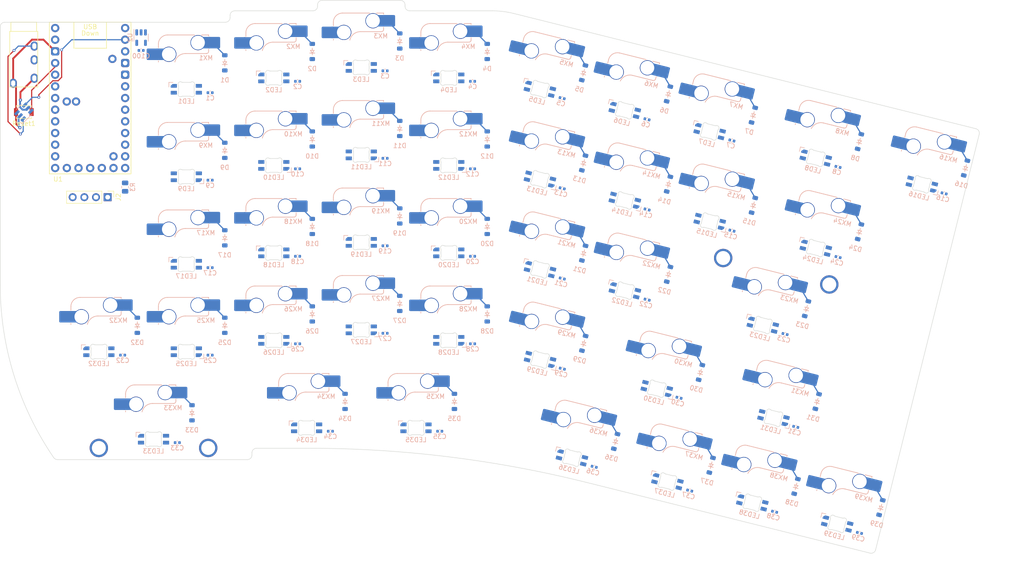
<source format=kicad_pcb>
(kicad_pcb (version 20221018) (generator pcbnew)
  (layers (0 "F.Cu" signal) (31 "B.Cu" signal) (34 "B.Paste" user) (35 "F.Paste" user) (36 "B.SilkS" user "B.Silkscreen") (37 "F.SilkS" user "F.Silkscreen") (38 "B.Mask" user) (39 "F.Mask" user) (44 "Edge.Cuts" user))
  (net 0 "")
  (net 1 "DATA")
  (net 2 "SCL")
  (net 3 "SDA")
  (net 4 "RESET")
  (net 5 "COL7")
  (net 6 "Net-(D1-A)")
  (net 7 "Net-(D2-A)")
  (net 8 "Net-(D3-A)")
  (net 9 "Net-(D4-A)")
  (net 10 "Net-(D5-A)")
  (net 11 "Net-(D6-A)")
  (net 12 "Net-(D7-A)")
  (net 13 "Net-(D8-A)")
  (net 14 "Net-(D9-A)")
  (net 15 "Net-(D10-A)")
  (net 16 "Net-(D11-A)")
  (net 17 "Net-(D12-A)")
  (net 18 "Net-(D13-A)")
  (net 19 "Net-(D14-A)")
  (net 20 "Net-(D15-A)")
  (net 21 "Net-(D16-A)")
  (net 22 "Net-(D17-A)")
  (net 23 "Net-(D18-A)")
  (net 24 "Net-(D19-A)")
  (net 25 "Net-(D20-A)")
  (net 26 "Net-(D21-A)")
  (net 27 "Net-(D22-A)")
  (net 28 "Net-(D23-A)")
  (net 29 "Net-(D24-A)")
  (net 30 "Net-(D25-A)")
  (net 31 "Net-(D26-A)")
  (net 32 "Net-(D35-A)")
  (net 33 "Net-(D36-A)")
  (net 34 "Net-(D37-A)")
  (net 35 "Net-(D38-A)")
  (net 36 "Net-(D39-A)")
  (net 37 "Net-(D27-A)")
  (net 38 "Net-(D28-A)")
  (net 39 "Net-(D29-A)")
  (net 40 "Net-(D30-A)")
  (net 41 "Net-(D31-A)")
  (net 42 "Net-(D32-A)")
  (net 43 "Net-(D33-A)")
  (net 44 "Net-(D34-A)")
  (net 45 "Net-(LED1-DOUT)")
  (net 46 "Net-(LED2-DOUT)")
  (net 47 "Net-(LED3-DOUT)")
  (net 48 "Net-(LED4-DOUT)")
  (net 49 "Net-(LED5-DOUT)")
  (net 50 "Net-(LED6-DOUT)")
  (net 51 "Net-(LED7-DOUT)")
  (net 52 "Net-(LED16-DIN)")
  (net 53 "Net-(LED17-DIN)")
  (net 54 "Net-(LED10-DOUT)")
  (net 55 "Net-(LED10-DIN)")
  (net 56 "Net-(LED11-DIN)")
  (net 57 "Net-(LED12-DIN)")
  (net 58 "Net-(LED13-DIN)")
  (net 59 "Net-(LED14-DIN)")
  (net 60 "Net-(LED15-DIN)")
  (net 61 "Net-(LED17-DOUT)")
  (net 62 "Net-(LED18-DOUT)")
  (net 63 "Net-(LED19-DOUT)")
  (net 64 "Net-(LED20-DOUT)")
  (net 65 "Net-(LED21-DOUT)")
  (net 66 "Net-(LED22-DOUT)")
  (net 67 "Net-(LED23-DOUT)")
  (net 68 "Net-(LED24-DOUT)")
  (net 69 "Net-(LED25-DOUT)")
  (net 70 "GND")
  (net 71 "Net-(LED25-DIN)")
  (net 72 "Net-(LED26-DIN)")
  (net 73 "Net-(LED27-DIN)")
  (net 74 "Net-(LED28-DIN)")
  (net 75 "Net-(LED29-DIN)")
  (net 76 "Net-(LED30-DIN)")
  (net 77 "Net-(LED32-DOUT)")
  (net 78 "VCC")
  (net 79 "Net-(LED33-DOUT)")
  (net 80 "Net-(LED34-DOUT)")
  (net 82 "Net-(LED35-DOUT)")
  (net 83 "Net-(LED36-DOUT)")
  (net 84 "Net-(LED37-DOUT)")
  (net 85 "Net-(LED38-DOUT)")
  (net 86 "Net-(ESD1-IO1)")
  (net 89 "Net-(R3-Pad2)")
  (net 90 "LED_5v")
  (net 91 "+5V")
  (net 92 "ROW0")
  (net 93 "ROW1")
  (net 94 "ROW2")
  (net 95 "ROW3")
  (net 96 "ROW4")
  (net 97 "COL0")
  (net 98 "COL1")
  (net 99 "COL2")
  (net 100 "COL3")
  (net 101 "COL4")
  (net 102 "COL5")
  (net 103 "COL6")
  (net 105 "LED_3v3")
  (footprint "winkeebs:HOLE_M2" (layer "F.Cu") (at 257.769737 52.703444)
    (fp_text reference "H3" hide)
    (fp_text value "MountingHole_Pad" hide)
  )
  (footprint "winkeebs:HOLE_M2" (layer "F.Cu") (at 120.711635 73.414857)
    (fp_text reference "H7" hide)
    (fp_text value "MountingHole_Pad" hide)
  )
  (footprint "winkeebs:HOLE_M2" (layer "F.Cu") (at 180.162919 35.70579)
    (fp_text reference "H2" hide)
    (fp_text value "MountingHole_Pad" hide)
  )
  (footprint "Button_Switch_SMD:SW_SPST_B3U-1000P" (layer "F.Cu") (at 75.802885 37.065361 180)
    (fp_text reference "Reset1")
    (fp_text value "Switch" hide)
  )
  (footprint "Connector_PinHeader_2.54mm:PinHeader_1x04_P2.54mm_Vertical" (layer "F.Cu") (at 94.056635 55.609362 -90)
    (fp_text reference "J2")
    (fp_text value "Conn_01x04_Socket")
  )
  (footprint "winkeebs:HOLE_M2" (layer "F.Cu") (at 177.067718 92.103209)
    (fp_text reference "H6" hide)
    (fp_text value "MountingHole_Pad" hide)
  )
  (footprint "winkeebs:HOLE_M2" (layer "F.Cu") (at 104.186637 36.553106)
    (fp_text reference "H1" hide)
    (fp_text value "MountingHole_Pad" hide)
  )
  (footprint "winkeebs:HOLE_M2" (layer "F.Cu") (at 77.849135 84.17811)
    (fp_text reference "H8" hide)
    (fp_text value "MountingHole_Pad" hide)
  )
  (footprint "ScottoKeebs_Components:TRRS_PJ-320A" (layer "F.Cu") (at 75.781635 19.503111)
    (fp_text reference "TRRS1" hide)
    (fp_text value "TRRS" hide)
  )
  (footprint "winkeebs:HOLE_M2" (layer "F.Cu") (at 244.718314 109.651252)
    (fp_text reference "H4" hide)
    (fp_text value "MountingHole_Pad" hide)
  )
  (footprint "winkeebs:RP2040_ProMicro_USBdn" (layer "F.Cu") (at 90.246635 35.283111)
    (fp_text reference "U1")
    (fp_text value "RP2040_ProMicro")
  )
  (footprint "winkeebs:HOLE_M2" (layer "F.Cu") (at 200.933136 59.468001)
    (fp_text reference "H5" hide)
    (fp_text value "MountingHole_Pad" hide)
  )
  (footprint "PCM_marbastlib-mx:STAB_MX_P_2.25u" (layer "F.Cu") (at 237.953701 78.509029 -14)
    (fp_text reference "S23" hide)
    (fp_text value "MX_stab")
  )
  (footprint "ScottoKeebs_Components:OLED_128x32" (layer "F.Cu") (at 84.256634 57.208111 90)
    (fp_text reference "OLED2" hide)
    (fp_text value "OLED_128x32")
  )
  (footprint "PCM_marbastlib-mx:STAB_MX_P_2.25u" (layer "F.Cu") (at 104.042886 103.228111 180)
    (fp_text reference "S33" hide)
    (fp_text value "MX_stab")
  )
  (footprint "PCM_marbastlib-mx:LED_MX_6028R-ROT" (layer "B.Cu") (at 252.9232 126.743237 166)
    (fp_text reference "LED39")
    (fp_text value "MX_SK6812MINI-E")
    (fp_line (start -1.699999 0.702841) (end -1.699999 -0.702843) (stroke (width 0.1)) (layer "Edge.Cuts"))
    (fp_line (start -0.794452 -1.5) (end 0.794453 -1.5) (stroke (width 0.1)) (layer "Edge.Cuts"))
    (fp_line (start 0.794452 1.499999) (end -0.794452 1.499999) (stroke (width 0.1)) (layer "Edge.Cuts"))
    (fp_line (start 1.699999 -0.702843) (end 1.699999 0.702841) (stroke (width 0.1)) (layer "Edge.Cuts"))
    (fp_arc (start -1.749484 -0.919721) (mid -1.712527 -0.814069) (end -1.699999 -0.702843) (stroke (width 0.1)) (layer "Edge.Cuts"))
    (fp_arc (start -1.749484 -0.919721) (mid -1.638071 -1.504036) (end -1.046711 -1.5683) (stroke (width 0.1)) (layer "Edge.Cuts"))
    (fp_arc (start -1.699999 0.702842) (mid -1.712527 0.814067) (end -1.749484 0.919719) (stroke (width 0.1)) (layer "Edge.Cuts"))
    (fp_arc (start -1.046711 1.568296) (mid -1.63807 1.504033) (end -1.749484 0.919719) (stroke (width 0.1)) (layer "Edge.Cuts"))
    (fp_arc (start -1.04671 1.568298) (mid -0.925122 1.517376) (end -0.794452 1.499999) (stroke (width 0.1)) (layer "Edge.Cuts"))
    (fp_arc (start -0.794453 -1.500001) (mid -0.925123 -1.517378) (end -1.046711 -1.5683) (stroke (width 0.1)) (layer "Edge.Cuts"))
    (fp_arc (start 0.794452 1.499999) (mid 0.925123 1.517376) (end 1.046711 1.568298) (stroke (width 0.1)) (layer "Edge.Cuts"))
    (fp_arc (start 1.046711 -1.568299) (mid 0.925123 -1.517377) (end 0.794453 -1.5) (stroke (width 0.1)) (layer "Edge.Cuts"))
    (fp_arc (start 1.046711 -1.568299) (mid 1.638071 -1.504035) (end 1.749484 -0.919721) (stroke (width 0.1)) (layer "Edge.Cuts"))
    (fp_arc (start 1.699999 -0.702844) (mid 1.712536 -0.814066) (end 1.749484 -0.919721) (stroke (width 0.1)) (layer "Edge.Cuts"))
    (fp_arc (start 1.749484 0.919718) (mid 1.638073 1.504037) (end 1.046711 1.568298) (stroke (width 0.1)) (layer "Edge.Cuts"))
    (fp_arc (start 1.749484 0.919719) (mid 1.712526 0.814067) (end 1.699999 0.702841) (stroke (width 0.1)) (layer "Edge.Cuts"))
  )
  (footprint "Resistor_SMD:R_0805_2012Metric" (layer "B.Cu") (at 97.856634 53.408111 90)
    (fp_text reference "R3")
    (fp_text value "4.7K")
  )
  (footprint "PCM_marbastlib-mx:LED_MX_6028R-ROT" (layer "B.Cu") (at 130.236635 67.731609 180)
    (fp_text reference "LED18")
    (fp_text value "MX_SK6812MINI-E")
    (fp_line (start -1.699999 0.702841) (end -1.699999 -0.702843) (stroke (width 0.1)) (layer "Edge.Cuts"))
    (fp_line (start -0.794452 -1.5) (end 0.794453 -1.5) (stroke (width 0.1)) (layer "Edge.Cuts"))
    (fp_line (start 0.794452 1.499999) (end -0.794452 1.499999) (stroke (width 0.1)) (layer "Edge.Cuts"))
    (fp_line (start 1.699999 -0.702843) (end 1.699999 0.702841) (stroke (width 0.1)) (layer "Edge.Cuts"))
    (fp_arc (start -1.749484 -0.919721) (mid -1.712527 -0.814069) (end -1.699999 -0.702843) (stroke (width 0.1)) (layer "Edge.Cuts"))
    (fp_arc (start -1.749484 -0.919721) (mid -1.638071 -1.504036) (end -1.046711 -1.5683) (stroke (width 0.1)) (layer "Edge.Cuts"))
    (fp_arc (start -1.699999 0.702842) (mid -1.712527 0.814067) (end -1.749484 0.919719) (stroke (width 0.1)) (layer "Edge.Cuts"))
    (fp_arc (start -1.046711 1.568296) (mid -1.63807 1.504033) (end -1.749484 0.919719) (stroke (width 0.1)) (layer "Edge.Cuts"))
    (fp_arc (start -1.04671 1.568298) (mid -0.925122 1.517376) (end -0.794452 1.499999) (stroke (width 0.1)) (layer "Edge.Cuts"))
    (fp_arc (start -0.794453 -1.500001) (mid -0.925123 -1.517378) (end -1.046711 -1.5683) (stroke (width 0.1)) (layer "Edge.Cuts"))
    (fp_arc (start 0.794452 1.499999) (mid 0.925123 1.517376) (end 1.046711 1.568298) (stroke (width 0.1)) (layer "Edge.Cuts"))
    (fp_arc (start 1.046711 -1.568299) (mid 0.925123 -1.517377) (end 0.794453 -1.5) (stroke (width 0.1)) (layer "Edge.Cuts"))
    (fp_arc (start 1.046711 -1.568299) (mid 1.638071 -1.504035) (end 1.749484 -0.919721) (stroke (width 0.1)) (layer "Edge.Cuts"))
    (fp_arc (start 1.699999 -0.702844) (mid 1.712536 -0.814066) (end 1.749484 -0.919721) (stroke (width 0.1)) (layer "Edge.Cuts"))
    (fp_arc (start 1.749484 0.919718) (mid 1.638073 1.504037) (end 1.046711 1.568298) (stroke (width 0.1)) (layer "Edge.Cuts"))
    (fp_arc (start 1.749484 0.919719) (mid 1.712526 0.814067) (end 1.699999 0.702841) (stroke (width 0.1)) (layer "Edge.Cuts"))
  )
  (footprint "PCM_marbastlib-mx:LED_MX_6028R" (layer "B.Cu") (at 130.236635 86.781607 180)
    (fp_text reference "LED26")
    (fp_text value "MX_SK6812MINI-E")
    (fp_line (start -1.699999 0.702843) (end -1.699999 -0.702841) (stroke (width 0.1)) (layer "Edge.Cuts"))
    (fp_line (start -0.794452 -1.499999) (end 0.794452 -1.499999) (stroke (width 0.1)) (layer "Edge.Cuts"))
    (fp_line (start 0.794452 1.5) (end -0.794453 1.5) (stroke (width 0.1)) (layer "Edge.Cuts"))
    (fp_line (start 1.699999 -0.702841) (end 1.699999 0.702843) (stroke (width 0.1)) (layer "Edge.Cuts"))
    (fp_arc (start -1.749484 -0.919719) (mid -1.712527 -0.814067) (end -1.699999 -0.702841) (stroke (width 0.1)) (layer "Edge.Cuts"))
    (fp_arc (start -1.749484 -0.919718) (mid -1.638072 -1.504034) (end -1.046711 -1.568298) (stroke (width 0.1)) (layer "Edge.Cuts"))
    (fp_arc (start -1.699999 0.702844) (mid -1.712527 0.814069) (end -1.749484 0.919721) (stroke (width 0.1)) (layer "Edge.Cuts"))
    (fp_arc (start -1.046711 1.568299) (mid -1.63807 1.504035) (end -1.749484 0.919721) (stroke (width 0.1)) (layer "Edge.Cuts"))
    (fp_arc (start -1.046711 1.568299) (mid -0.925123 1.517377) (end -0.794453 1.5) (stroke (width 0.1)) (layer "Edge.Cuts"))
    (fp_arc (start -0.794452 -1.499999) (mid -0.925123 -1.517376) (end -1.046711 -1.568298) (stroke (width 0.1)) (layer "Edge.Cuts"))
    (fp_arc (start 0.794453 1.500001) (mid 0.925123 1.517378) (end 1.046711 1.5683) (stroke (width 0.1)) (layer "Edge.Cuts"))
    (fp_arc (start 1.04671 -1.568298) (mid 0.925122 -1.517376) (end 0.794452 -1.499999) (stroke (width 0.1)) (layer "Edge.Cuts"))
    (fp_arc (start 1.046711 -1.568296) (mid 1.63807 -1.504033) (end 1.749484 -0.919719) (stroke (width 0.1)) (layer "Edge.Cuts"))
    (fp_arc (start 1.699999 -0.702842) (mid 1.712536 -0.814064) (end 1.749484 -0.919719) (stroke (width 0.1)) (layer "Edge.Cuts"))
    (fp_arc (start 1.749484 0.919721) (mid 1.638072 1.504036) (end 1.046711 1.5683) (stroke (width 0.1)) (layer "Edge.Cuts"))
    (fp_arc (start 1.749484 0.919721) (mid 1.712526 0.814069) (end 1.699999 0.702843) (stroke (width 0.1)) (layer "Edge.Cuts"))
  )
  (footprint "winkeebs:SW_MX_HS_CPG151101S11_1u" (layer "B.Cu") (at 168.336636 62.651611 180)
    (fp_text reference "MX20")
    (fp_text value "MX_SW_HS")
  )
  (footprint "winkeebs:SW_MX_HS_CPG151101S11_1.25u" (layer "B.Cu") (at 161.192886 100.751609 180)
    (fp_text reference "MX35")
    (fp_text value "MX_SW_HS")
  )
  (footprint "winkeebs:SW_MX_HS_CPG151101S11_1u" (layer "B.Cu") (at 149.286636 79.41561 180)
    (fp_text reference "MX27")
    (fp_text value "MX_SW_HS")
  )
  (footprint "winkeebs:SW_MX_HS_CPG151101S11_1u" (layer "B.Cu") (at 226.376275 36.356072 166)
    (fp_text reference "MX7")
    (fp_text value "MX_SW_HS")
  )
  (footprint "PCM_marbastlib-mx:LED_MX_6028R" (layer "B.Cu") (at 111.186635 51.158108 180)
    (fp_text reference "LED9")
    (fp_text value "MX_SK6812MINI-E")
    (fp_line (start -1.699999 0.702843) (end -1.699999 -0.702841) (stroke (width 0.1)) (layer "Edge.Cuts"))
    (fp_line (start -0.794452 -1.499999) (end 0.794452 -1.499999) (stroke (width 0.1)) (layer "Edge.Cuts"))
    (fp_line (start 0.794452 1.5) (end -0.794453 1.5) (stroke (width 0.1)) (layer "Edge.Cuts"))
    (fp_line (start 1.699999 -0.702841) (end 1.699999 0.702843) (stroke (width 0.1)) (layer "Edge.Cuts"))
    (fp_arc (start -1.749484 -0.919719) (mid -1.712527 -0.814067) (end -1.699999 -0.702841) (stroke (width 0.1)) (layer "Edge.Cuts"))
    (fp_arc (start -1.749484 -0.919718) (mid -1.638072 -1.504034) (end -1.046711 -1.568298) (stroke (width 0.1)) (layer "Edge.Cuts"))
    (fp_arc (start -1.699999 0.702844) (mid -1.712527 0.814069) (end -1.749484 0.919721) (stroke (width 0.1)) (layer "Edge.Cuts"))
    (fp_arc (start -1.046711 1.568299) (mid -1.63807 1.504035) (end -1.749484 0.919721) (stroke (width 0.1)) (layer "Edge.Cuts"))
    (fp_arc (start -1.046711 1.568299) (mid -0.925123 1.517377) (end -0.794453 1.5) (stroke (width 0.1)) (layer "Edge.Cuts"))
    (fp_arc (start -0.794452 -1.499999) (mid -0.925123 -1.517376) (end -1.046711 -1.568298) (stroke (width 0.1)) (layer "Edge.Cuts"))
    (fp_arc (start 0.794453 1.500001) (mid 0.925123 1.517378) (end 1.046711 1.5683) (stroke (width 0.1)) (layer "Edge.Cuts"))
    (fp_arc (start 1.04671 -1.568298) (mid 0.925122 -1.517376) (end 0.794452 -1.499999) (stroke (width 0.1)) (layer "Edge.Cuts"))
    (fp_arc (start 1.046711 -1.568296) (mid 1.63807 -1.504033) (end 1.749484 -0.919719) (stroke (width 0.1)) (layer "Edge.Cuts"))
    (fp_arc (start 1.699999 -0.702842) (mid 1.712536 -0.814064) (end 1.749484 -0.919719) (stroke (width 0.1)) (layer "Edge.Cuts"))
    (fp_arc (start 1.749484 0.919721) (mid 1.638072 1.504036) (end 1.046711 1.5683) (stroke (width 0.1)) (layer "Edge.Cuts"))
    (fp_arc (start 1.749484 0.919721) (mid 1.712526 0.814069) (end 1.699999 0.702843) (stroke (width 0.1)) (layer "Edge.Cuts"))
  )
  (footprint "Capacitor_SMD:C_0402_1005Metric" (layer "B.Cu") (at 193.023063 34.043507 -14)
    (fp_text reference "C5")
    (fp_text value "100nF")
  )
  (footprint "Capacitor_SMD:C_0402_1005Metric" (layer "B.Cu") (at 142.558446 106.57661)
    (fp_text reference "C34")
    (fp_text value "100nF")
  )
  (footprint "PCM_marbastlib-mx:LED_MX_6028R-ROT" (layer "B.Cu") (at 234.439064 122.134627 166)
    (fp_text reference "LED38")
    (fp_text value "MX_SK6812MINI-E")
    (fp_line (start -1.699999 0.702841) (end -1.699999 -0.702843) (stroke (width 0.1)) (layer "Edge.Cuts"))
    (fp_line (start -0.794452 -1.5) (end 0.794453 -1.5) (stroke (width 0.1)) (layer "Edge.Cuts"))
    (fp_line (start 0.794452 1.499999) (end -0.794452 1.499999) (stroke (width 0.1)) (layer "Edge.Cuts"))
    (fp_line (start 1.699999 -0.702843) (end 1.699999 0.702841) (stroke (width 0.1)) (layer "Edge.Cuts"))
    (fp_arc (start -1.749484 -0.919721) (mid -1.712527 -0.814069) (end -1.699999 -0.702843) (stroke (width 0.1)) (layer "Edge.Cuts"))
    (fp_arc (start -1.749484 -0.919721) (mid -1.638071 -1.504036) (end -1.046711 -1.5683) (stroke (width 0.1)) (layer "Edge.Cuts"))
    (fp_arc (start -1.699999 0.702842) (mid -1.712527 0.814067) (end -1.749484 0.919719) (stroke (width 0.1)) (layer "Edge.Cuts"))
    (fp_arc (start -1.046711 1.568296) (mid -1.63807 1.504033) (end -1.749484 0.919719) (stroke (width 0.1)) (layer "Edge.Cuts"))
    (fp_arc (start -1.04671 1.568298) (mid -0.925122 1.517376) (end -0.794452 1.499999) (stroke (width 0.1)) (layer "Edge.Cuts"))
    (fp_arc (start -0.794453 -1.500001) (mid -0.925123 -1.517378) (end -1.046711 -1.5683) (stroke (width 0.1)) (layer "Edge.Cuts"))
    (fp_arc (start 0.794452 1.499999) (mid 0.925123 1.517376) (end 1.046711 1.568298) (stroke (width 0.1)) (layer "Edge.Cuts"))
    (fp_arc (start 1.046711 -1.568299) (mid 0.925123 -1.517377) (end 0.794453 -1.5) (stroke (width 0.1)) (layer "Edge.Cuts"))
    (fp_arc (start 1.046711 -1.568299) (mid 1.638071 -1.504035) (end 1.749484 -0.919721) (stroke (width 0.1)) (layer "Edge.Cuts"))
    (fp_arc (start 1.699999 -0.702844) (mid 1.712536 -0.814066) (end 1.749484 -0.919721) (stroke (width 0.1)) (layer "Edge.Cuts"))
    (fp_arc (start 1.749484 0.919718) (mid 1.638073 1.504037) (end 1.046711 1.568298) (stroke (width 0.1)) (layer "Edge.Cuts"))
    (fp_arc (start 1.749484 0.919719) (mid 1.712526 0.814067) (end 1.699999 0.702841) (stroke (width 0.1)) (layer "Edge.Cuts"))
  )
  (footprint "winkeebs:SW_MX_HS_CPG151101S11_1u" (layer "B.Cu") (at 111.186634 84.178109 180)
    (fp_text reference "MX25")
    (fp_text value "MX_SW_HS")
  )
  (footprint "PCM_marbastlib-mx:LED_MX_6028R" (layer "B.Cu") (at 213.631993 97.313653 166)
    (fp_text reference "LED30")
    (fp_text value "MX_SK6812MINI-E")
    (fp_line (start -1.699999 0.702843) (end -1.699999 -0.702841) (stroke (width 0.1)) (layer "Edge.Cuts"))
    (fp_line (start -0.794452 -1.499999) (end 0.794452 -1.499999) (stroke (width 0.1)) (layer "Edge.Cuts"))
    (fp_line (start 0.794452 1.5) (end -0.794453 1.5) (stroke (width 0.1)) (layer "Edge.Cuts"))
    (fp_line (start 1.699999 -0.702841) (end 1.699999 0.702843) (stroke (width 0.1)) (layer "Edge.Cuts"))
    (fp_arc (start -1.749484 -0.919719) (mid -1.712527 -0.814067) (end -1.699999 -0.702841) (stroke (width 0.1)) (layer "Edge.Cuts"))
    (fp_arc (start -1.749484 -0.919718) (mid -1.638072 -1.504034) (end -1.046711 -1.568298) (stroke (width 0.1)) (layer "Edge.Cuts"))
    (fp_arc (start -1.699999 0.702844) (mid -1.712527 0.814069) (end -1.749484 0.919721) (stroke (width 0.1)) (layer "Edge.Cuts"))
    (fp_arc (start -1.046711 1.568299) (mid -1.63807 1.504035) (end -1.749484 0.919721) (stroke (width 0.1)) (layer "Edge.Cuts"))
    (fp_arc (start -1.046711 1.568299) (mid -0.925123 1.517377) (end -0.794453 1.5) (stroke (width 0.1)) (layer "Edge.Cuts"))
    (fp_arc (start -0.794452 -1.499999) (mid -0.925123 -1.517376) (end -1.046711 -1.568298) (stroke (width 0.1)) (layer "Edge.Cuts"))
    (fp_arc (start 0.794453 1.500001) (mid 0.925123 1.517378) (end 1.046711 1.5683) (stroke (width 0.1)) (layer "Edge.Cuts"))
    (fp_arc (start 1.04671 -1.568298) (mid 0.925122 -1.517376) (end 0.794452 -1.499999) (stroke (width 0.1)) (layer "Edge.Cuts"))
    (fp_arc (start 1.046711 -1.568296) (mid 1.63807 -1.504033) (end 1.749484 -0.919719) (stroke (width 0.1)) (layer "Edge.Cuts"))
    (fp_arc (start 1.699999 -0.702842) (mid 1.712536 -0.814064) (end 1.749484 -0.919719) (stroke (width 0.1)) (layer "Edge.Cuts"))
    (fp_arc (start 1.749484 0.919721) (mid 1.638072 1.504036) (end 1.046711 1.5683) (stroke (width 0.1)) (layer "Edge.Cuts"))
    (fp_arc (start 1.749484 0.919721) (mid 1.712526 0.814069) (end 1.699999 0.702843) (stroke (width 0.1)) (layer "Edge.Cuts"))
  )
  (footprint "PCM_marbastlib-mx:LED_MX_6028R-ROT" (layer "B.Cu") (at 206.66318 36.676562 166)
    (fp_text reference "LED6")
    (fp_text value "MX_SK6812MINI-E")
    (fp_line (start -1.699999 0.702841) (end -1.699999 -0.702843) (stroke (width 0.1)) (layer "Edge.Cuts"))
    (fp_line (start -0.794452 -1.5) (end 0.794453 -1.5) (stroke (width 0.1)) (layer "Edge.Cuts"))
    (fp_line (start 0.794452 1.499999) (end -0.794452 1.499999) (stroke (width 0.1)) (layer "Edge.Cuts"))
    (fp_line (start 1.699999 -0.702843) (end 1.699999 0.702841) (stroke (width 0.1)) (layer "Edge.Cuts"))
    (fp_arc (start -1.749484 -0.919721) (mid -1.712527 -0.814069) (end -1.699999 -0.702843) (stroke (width 0.1)) (layer "Edge.Cuts"))
    (fp_arc (start -1.749484 -0.919721) (mid -1.638071 -1.504036) (end -1.046711 -1.5683) (stroke (width 0.1)) (layer "Edge.Cuts"))
    (fp_arc (start -1.699999 0.702842) (mid -1.712527 0.814067) (end -1.749484 0.919719) (stroke (width 0.1)) (layer "Edge.Cuts"))
    (fp_arc (start -1.046711 1.568296) (mid -1.63807 1.504033) (end -1.749484 0.919719) (stroke (width 0.1)) (layer "Edge.Cuts"))
    (fp_arc (start -1.04671 1.568298) (mid -0.925122 1.517376) (end -0.794452 1.499999) (stroke (width 0.1)) (layer "Edge.Cuts"))
    (fp_arc (start -0.794453 -1.500001) (mid -0.925123 -1.517378) (end -1.046711 -1.5683) (stroke (width 0.1)) (layer "Edge.Cuts"))
    (fp_arc (start 0.794452 1.499999) (mid 0.925123 1.517376) (end 1.046711 1.568298) (stroke (width 0.1)) (layer "Edge.Cuts"))
    (fp_arc (start 1.046711 -1.568299) (mid 0.925123 -1.517377) (end 0.794453 -1.5) (stroke (width 0.1)) (layer "Edge.Cuts"))
    (fp_arc (start 1.046711 -1.568299) (mid 1.638071 -1.504035) (end 1.749484 -0.919721) (stroke (width 0.1)) (layer "Edge.Cuts"))
    (fp_arc (start 1.699999 -0.702844) (mid 1.712536 -0.814066) (end 1.749484 -0.919721) (stroke (width 0.1)) (layer "Edge.Cuts"))
    (fp_arc (start 1.749484 0.919718) (mid 1.638073 1.504037) (end 1.046711 1.568298) (stroke (width 0.1)) (layer "Edge.Cuts"))
    (fp_arc (start 1.749484 0.919719) (mid 1.712526 0.814067) (end 1.699999 0.702841) (stroke (width 0.1)) (layer "Edge.Cuts"))
  )
  (footprint "PCM_marbastlib-mx:LED_MX_6028R-ROT" (layer "B.Cu") (at 111.186635 70.208108 180)
    (fp_text reference "LED17")
    (fp_text value "MX_SK6812MINI-E")
    (fp_line (start -1.699999 0.702841) (end -1.699999 -0.702843) (stroke (width 0.1)) (layer "Edge.Cuts"))
    (fp_line (start -0.794452 -1.5) (end 0.794453 -1.5) (stroke (width 0.1)) (layer "Edge.Cuts"))
    (fp_line (start 0.794452 1.499999) (end -0.794452 1.499999) (stroke (width 0.1)) (layer "Edge.Cuts"))
    (fp_line (start 1.699999 -0.702843) (end 1.699999 0.702841) (stroke (width 0.1)) (layer "Edge.Cuts"))
    (fp_arc (start -1.749484 -0.919721) (mid -1.712527 -0.814069) (end -1.699999 -0.702843) (stroke (width 0.1)) (layer "Edge.Cuts"))
    (fp_arc (start -1.749484 -0.919721) (mid -1.638071 -1.504036) (end -1.046711 -1.5683) (stroke (width 0.1)) (layer "Edge.Cuts"))
    (fp_arc (start -1.699999 0.702842) (mid -1.712527 0.814067) (end -1.749484 0.919719) (stroke (width 0.1)) (layer "Edge.Cuts"))
    (fp_arc (start -1.046711 1.568296) (mid -1.63807 1.504033) (end -1.749484 0.919719) (stroke (width 0.1)) (layer "Edge.Cuts"))
    (fp_arc (start -1.04671 1.568298) (mid -0.925122 1.517376) (end -0.794452 1.499999) (stroke (width 0.1)) (layer "Edge.Cuts"))
    (fp_arc (start -0.794453 -1.500001) (mid -0.925123 -1.517378) (end -1.046711 -1.5683) (stroke (width 0.1)) (layer "Edge.Cuts"))
    (fp_arc (start 0.794452 1.499999) (mid 0.925123 1.517376) (end 1.046711 1.568298) (stroke (width 0.1)) (layer "Edge.Cuts"))
    (fp_arc (start 1.046711 -1.568299) (mid 0.925123 -1.517377) (end 0.794453 -1.5) (stroke (width 0.1)) (layer "Edge.Cuts"))
    (fp_arc (start 1.046711 -1.568299) (mid 1.638071 -1.504035) (end 1.749484 -0.919721) (stroke (width 0.1)) (layer "Edge.Cuts"))
    (fp_arc (start 1.699999 -0.702844) (mid 1.712536 -0.814066) (end 1.749484 -0.919721) (stroke (width 0.1)) (layer "Edge.Cuts"))
    (fp_arc (start 1.749484 0.919718) (mid 1.638073 1.504037) (end 1.046711 1.568298) (stroke (width 0.1)) (layer "Edge.Cuts"))
    (fp_arc (start 1.749484 0.919719) (mid 1.712526 0.814067) (end 1.699999 0.702841) (stroke (width 0.1)) (layer "Edge.Cuts"))
  )
  (footprint "winkeebs:Diode_SOD-123" (layer "B.Cu") (at 138.611636 23.87661 90)
    (fp_text reference "D2")
    (fp_text value "Diode")
  )
  (footprint "PCM_marbastlib-mx:LED_MX_6028R-ROT" (layer "B.Cu") (at 188.179044 32.067949 166)
    (fp_text reference "LED5")
    (fp_text value "MX_SK6812MINI-E")
    (fp_line (start -1.699999 0.702841) (end -1.699999 -0.702843) (stroke (width 0.1)) (layer "Edge.Cuts"))
    (fp_line (start -0.794452 -1.5) (end 0.794453 -1.5) (stroke (width 0.1)) (layer "Edge.Cuts"))
    (fp_line (start 0.794452 1.499999) (end -0.794452 1.499999) (stroke (width 0.1)) (layer "Edge.Cuts"))
    (fp_line (start 1.699999 -0.702843) (end 1.699999 0.702841) (stroke (width 0.1)) (layer "Edge.Cuts"))
    (fp_arc (start -1.749484 -0.919721) (mid -1.712527 -0.814069) (end -1.699999 -0.702843) (stroke (width 0.1)) (layer "Edge.Cuts"))
    (fp_arc (start -1.749484 -0.919721) (mid -1.638071 -1.504036) (end -1.046711 -1.5683) (stroke (width 0.1)) (layer "Edge.Cuts"))
    (fp_arc (start -1.699999 0.702842) (mid -1.712527 0.814067) (end -1.749484 0.919719) (stroke (width 0.1)) (layer "Edge.Cuts"))
    (fp_arc (start -1.046711 1.568296) (mid -1.63807 1.504033) (end -1.749484 0.919719) (stroke (width 0.1)) (layer "Edge.Cuts"))
    (fp_arc (start -1.04671 1.568298) (mid -0.925122 1.517376) (end -0.794452 1.499999) (stroke (width 0.1)) (layer "Edge.Cuts"))
    (fp_arc (start -0.794453 -1.500001) (mid -0.925123 -1.517378) (end -1.046711 -1.5683) (stroke (width 0.1)) (layer "Edge.Cuts"))
    (fp_arc (start 0.794452 1.499999) (mid 0.925123 1.517376) (end 1.046711 1.568298) (stroke (width 0.1)) (layer "Edge.Cuts"))
    (fp_arc (start 1.046711 -1.568299) (mid 0.925123 -1.517377) (end 0.794453 -1.5) (stroke (width 0.1)) (layer "Edge.Cuts"))
    (fp_arc (start 1.046711 -1.568299) (mid 1.638071 -1.504035) (end 1.749484 -0.919721) (stroke (width 0.1)) (layer "Edge.Cuts"))
    (fp_arc (start 1.699999 -0.702844) (mid 1.712536 -0.814066) (end 1.749484 -0.919721) (stroke (width 0.1)) (layer "Edge.Cuts"))
    (fp_arc (start 1.749484 0.919718) (mid 1.638073 1.504037) (end 1.046711 1.568298) (stroke (width 0.1)) (layer "Edge.Cuts"))
    (fp_arc (start 1.749484 0.919719) (mid 1.712526 0.814067) (end 1.699999 0.702841) (stroke (width 0.1)) (layer "Edge.Cuts"))
  )
  (footprint "Capacitor_SMD:C_0402_1005Metric" (layer "B.Cu") (at 173.514697 49.426609)
    (fp_text reference "C12")
    (fp_text value "100nF")
  )
  (footprint "PCM_marbastlib-mx:LED_MX_6028R" (layer "B.Cu") (at 271.357647 52.806705 166)
    (fp_text reference "LED16")
    (fp_text value "MX_SK6812MINI-E")
    (fp_line (start -1.699999 0.702843) (end -1.699999 -0.702841) (stroke (width 0.1)) (layer "Edge.Cuts"))
    (fp_line (start -0.794452 -1.499999) (end 0.794452 -1.499999) (stroke (width 0.1)) (layer "Edge.Cuts"))
    (fp_line (start 0.794452 1.5) (end -0.794453 1.5) (stroke (width 0.1)) (layer "Edge.Cuts"))
    (fp_line (start 1.699999 -0.702841) (end 1.699999 0.702843) (stroke (width 0.1)) (layer "Edge.Cuts"))
    (fp_arc (start -1.749484 -0.919719) (mid -1.712527 -0.814067) (end -1.699999 -0.702841) (stroke (width 0.1)) (layer "Edge.Cuts"))
    (fp_arc (start -1.749484 -0.919718) (mid -1.638072 -1.504034) (end -1.046711 -1.568298) (stroke (width 0.1)) (layer "Edge.Cuts"))
    (fp_arc (start -1.699999 0.702844) (mid -1.712527 0.814069) (end -1.749484 0.919721) (stroke (width 0.1)) (layer "Edge.Cuts"))
    (fp_arc (start -1.046711 1.568299) (mid -1.63807 1.504035) (end -1.749484 0.919721) (stroke (width 0.1)) (layer "Edge.Cuts"))
    (fp_arc (start -1.046711 1.568299) (mid -0.925123 1.517377) (end -0.794453 1.5) (stroke (width 0.1)) (layer "Edge.Cuts"))
    (fp_arc (start -0.794452 -1.499999) (mid -0.925123 -1.517376) (end -1.046711 -1.568298) (stroke (width 0.1)) (layer "Edge.Cuts"))
    (fp_arc (start 0.794453 1.500001) (mid 0.925123 1.517378) (end 1.046711 1.5683) (stroke (width 0.1)) (layer "Edge.Cuts"))
    (fp_arc (start 1.04671 -1.568298) (mid 0.925122 -1.517376) (end 0.794452 -1.499999) (stroke (width 0.1)) (layer "Edge.Cuts"))
    (fp_arc (start 1.046711 -1.568296) (mid 1.63807 -1.504033) (end 1.749484 -0.919719) (stroke (width 0.1)) (layer "Edge.Cuts"))
    (fp_arc (start 1.699999 -0.702842) (mid 1.712536 -0.814064) (end 1.749484 -0.919719) (stroke (width 0.1)) (layer "Edge.Cuts"))
    (fp_arc (start 1.749484 0.919721) (mid 1.638072 1.504036) (end 1.046711 1.5683) (stroke (width 0.1)) (layer "Edge.Cuts"))
    (fp_arc (start 1.749484 0.919721) (mid 1.712526 0.814069) (end 1.699999 0.702843) (stroke (width 0.1)) (layer "Edge.Cuts"))
  )
  (footprint "winkeebs:Diode_SOD-123" (layer "B.Cu") (at 234.67822 57.363505 76)
    (fp_text reference "D15")
    (fp_text value "Diode")
  )
  (footprint "Capacitor_SMD:C_0402_1005Metric" (layer "B.Cu") (at 101.336635 23.653111 180)
    (fp_text reference "C100")
    (fp_text value "100nF")
  )
  (footprint "winkeebs:Diode_SOD-123" (layer "B.Cu") (at 204.678766 108.783371 76)
    (fp_text reference "D36")
    (fp_text value "Diode")
  )
  (footprint "Capacitor_SMD:C_0402_1005Metric" (layer "B.Cu") (at 193.047907 73.316082 -14)
    (fp_text reference "C21")
    (fp_text value "100nF")
  )
  (footprint "winkeebs:SW_MX_HS_CPG151101S11_1u" (layer "B.Cu") (at 149.286635 22.26561 180)
    (fp_text reference "MX3")
    (fp_text value "MX_SW_HS")
  )
  (footprint "PCM_marbastlib-mx:LED_MX_6028R" (layer "B.Cu") (at 188.191465 51.704236 166)
    (fp_text reference "LED13")
    (fp_text value "MX_SK6812MINI-E")
    (fp_line (start -1.699999 0.702843) (end -1.699999 -0.702841) (stroke (width 0.1)) (layer "Edge.Cuts"))
    (fp_line (start -0.794452 -1.499999) (end 0.794452 -1.499999) (stroke (width 0.1)) (layer "Edge.Cuts"))
    (fp_line (start 0.794452 1.5) (end -0.794453 1.5) (stroke (width 0.1)) (layer "Edge.Cuts"))
    (fp_line (start 1.699999 -0.702841) (end 1.699999 0.702843) (stroke (width 0.1)) (layer "Edge.Cuts"))
    (fp_arc (start -1.749484 -0.919719) (mid -1.712527 -0.814067) (end -1.699999 -0.702841) (stroke (width 0.1)) (layer "Edge.Cuts"))
    (fp_arc (start -1.749484 -0.919718) (mid -1.638072 -1.504034) (end -1.046711 -1.568298) (stroke (width 0.1)) (layer "Edge.Cuts"))
    (fp_arc (start -1.699999 0.702844) (mid -1.712527 0.814069) (end -1.749484 0.919721) (stroke (width 0.1)) (layer "Edge.Cuts"))
    (fp_arc (start -1.046711 1.568299) (mid -1.63807 1.504035) (end -1.749484 0.919721) (stroke (width 0.1)) (layer "Edge.Cuts"))
    (fp_arc (start -1.046711 1.568299) (mid -0.925123 1.517377) (end -0.794453 1.5) (stroke (width 0.1)) (layer "Edge.Cuts"))
    (fp_arc (start -0.794452 -1.499999) (mid -0.925123 -1.517376) (end -1.046711 -1.568298) (stroke (width 0.1)) (layer "Edge.Cuts"))
    (fp_arc (start 0.794453 1.500001) (mid 0.925123 1.517378) (end 1.046711 1.5683) (stroke (width 0.1)) (layer "Edge.Cuts"))
    (fp_arc (start 1.04671 -1.568298) (mid 0.925122 -1.517376) (end 0.794452 -1.499999) (stroke (width 0.1)) (layer "Edge.Cuts"))
    (fp_arc (start 1.046711 -1.568296) (mid 1.63807 -1.504033) (end 1.749484 -0.919719) (stroke (width 0.1)) (layer "Edge.Cuts"))
    (fp_arc (start 1.699999 -0.702842) (mid 1.712536 -0.814064) (end 1.749484 -0.919719) (stroke (width 0.1)) (layer "Edge.Cuts"))
    (fp_arc (start 1.749484 0.919721) (mid 1.638072 1.504036) (end 1.046711 1.5683) (stroke (width 0.1)) (layer "Edge.Cuts"))
    (fp_arc (start 1.749484 0.919721) (mid 1.712526 0.814069) (end 1.699999 0.702843) (stroke (width 0.1)) (layer "Edge.Cuts"))
  )
  (footprint "PCM_marbastlib-mx:LED_MX_6028R-ROT" (layer "B.Cu") (at 195.160281 112.341325 166)
    (fp_text reference "LED36")
    (fp_text value "MX_SK6812MINI-E")
    (fp_line (start -1.699999 0.702841) (end -1.699999 -0.702843) (stroke (width 0.1)) (layer "Edge.Cuts"))
    (fp_line (start -0.794452 -1.5) (end 0.794453 -1.5) (stroke (width 0.1)) (layer "Edge.Cuts"))
    (fp_line (start 0.794452 1.499999) (end -0.794452 1.499999) (stroke (width 0.1)) (layer "Edge.Cuts"))
    (fp_line (start 1.699999 -0.702843) (end 1.699999 0.702841) (stroke (width 0.1)) (layer "Edge.Cuts"))
    (fp_arc (start -1.749484 -0.919721) (mid -1.712527 -0.814069) (end -1.699999 -0.702843) (stroke (width 0.1)) (layer "Edge.Cuts"))
    (fp_arc (start -1.749484 -0.919721) (mid -1.638071 -1.504036) (end -1.046711 -1.5683) (stroke (width 0.1)) (layer "Edge.Cuts"))
    (fp_arc (start -1.699999 0.702842) (mid -1.712527 0.814067) (end -1.749484 0.919719) (stroke (width 0.1)) (layer "Edge.Cuts"))
    (fp_arc (start -1.046711 1.568296) (mid -1.63807 1.504033) (end -1.749484 0.919719) (stroke (width 0.1)) (layer "Edge.Cuts"))
    (fp_arc (start -1.04671 1.568298) (mid -0.925122 1.517376) (end -0.794452 1.499999) (stroke (width 0.1)) (layer "Edge.Cuts"))
    (fp_arc (start -0.794453 -1.500001) (mid -0.925123 -1.517378) (end -1.046711 -1.5683) (stroke (width 0.1)) (layer "Edge.Cuts"))
    (fp_arc (start 0.794452 1.499999) (mid 0.925123 1.517376) (end 1.046711 1.568298) (stroke (width 0.1)) (layer "Edge.Cuts"))
    (fp_arc (start 1.046711 -1.568299) (mid 0.925123 -1.517377) (end 0.794453 -1.5) (stroke (width 0.1)) (layer "Edge.Cuts"))
    (fp_arc (start 1.046711 -1.568299) (mid 1.638071 -1.504035) (end 1.749484 -0.919721) (stroke (width 0.1)) (layer "Edge.Cuts"))
    (fp_arc (start 1.699999 -0.702844) (mid 1.712536 -0.814066) (end 1.749484 -0.919721) (stroke (width 0.1)) (layer "Edge.Cuts"))
    (fp_arc (start 1.749484 0.919718) (mid 1.638073 1.504037) (end 1.046711 1.568298) (stroke (width 0.1)) (layer "Edge.Cuts"))
    (fp_arc (start 1.749484 0.919719) (mid 1.712526 0.814067) (end 1.699999 0.702841) (stroke (width 0.1)) (layer "Edge.Cuts"))
  )
  (footprint "winkeebs:Diode_SOD-123" (layer "B.Cu") (at 119.561635 26.353112 90)
    (fp_text reference "D1")
    (fp_text value "Diode")
  )
  (footprint "winkeebs:Diode_SOD-123" (layer "B.Cu") (at 138.611635 81.02661 90)
    (fp_text reference "D26")
    (fp_text value "Diode")
  )
  (footprint "winkeebs:SW_MX_HS_CPG151101S11_1u" (layer "B.Cu") (at 111.186635 65.12811 180)
    (fp_text reference "MX17")
    (fp_text value "MX_SW_HS")
  )
  (footprint "winkeebs:SW_MX_HS_CPG151101S11_1u" (layer "B.Cu") (at 189.43285 66.411424 166)
    (fp_text reference "MX21")
    (fp_text value "MX_SW_HS")
  )
  (footprint "Capacitor_SMD:C_0402_1005Metric" (layer "B.Cu") (at 116.364697 51.903109)
    (fp_text reference "C9")
    (fp_text value "100nF")
  )
  (footprint "PCM_marbastlib-mx:LED_MX_6028R" (layer "B.Cu") (at 225.159735 60.921459 166)
    (fp_text reference "LED15")
    (fp_text value "MX_SK6812MINI-E")
    (fp_line (start -1.699999 0.702843) (end -1.699999 -0.702841) (stroke (width 0.1)) (layer "Edge.Cuts"))
    (fp_line (start -0.794452 -1.499999) (end 0.794452 -1.499999) (stroke (width 0.1)) (layer "Edge.Cuts"))
    (fp_line (start 0.794452 1.5) (end -0.794453 1.5) (stroke (width 0.1)) (layer "Edge.Cuts"))
    (fp_line (start 1.699999 -0.702841) (end 1.699999 0.702843) (stroke (width 0.1)) (layer "Edge.Cuts"))
    (fp_arc (start -1.749484 -0.919719) (mid -1.712527 -0.814067) (end -1.699999 -0.702841) (stroke (width 0.1)) (layer "Edge.Cuts"))
    (fp_arc (start -1.749484 -0.919718) (mid -1.638072 -1.504034) (end -1.046711 -1.568298) (stroke (width 0.1)) (layer "Edge.Cuts"))
    (fp_arc (start -1.699999 0.702844) (mid -1.712527 0.814069) (end -1.749484 0.919721) (stroke (width 0.1)) (layer "Edge.Cuts"))
    (fp_arc (start -1.046711 1.568299) (mid -1.63807 1.504035) (end -1.749484 0.919721) (stroke (width 0.1)) (layer "Edge.Cuts"))
    (fp_arc (start -1.046711 1.568299) (mid -0.925123 1.517377) (end -0.794453 1.5) (stroke (width 0.1)) (layer "Edge.Cuts"))
    (fp_arc (start -0.794452 -1.499999) (mid -0.925123 -1.517376) (end -1.046711 -1.568298) (stroke (width 0.1)) (layer "Edge.Cuts"))
    (fp_arc (start 0.794453 1.500001) (mid 0.925123 1.517378) (end 1.046711 1.5683) (stroke (width 0.1)) (layer "Edge.Cuts"))
    (fp_arc (start 1.04671 -1.568298) (mid 0.925122 -1.517376) (end 0.794452 -1.499999) (stroke (width 0.1)) (layer "Edge.Cuts"))
    (fp_arc (start 1.046711 -1.568296) (mid 1.63807 -1.504033) (end 1.749484 -0.919719) (stroke (width 0.1)) (layer "Edge.Cuts"))
    (fp_arc (start 1.699999 -0.702842) (mid 1.712536 -0.814064) (end 1.749484 -0.919719) (stroke (width 0.1)) (layer "Edge.Cuts"))
    (fp_arc (start 1.749484 0.919721) (mid 1.638072 1.504036) (end 1.046711 1.5683) (stroke (width 0.1)) (layer "Edge.Cuts"))
    (fp_arc (start 1.749484 0.919721) (mid 1.712526 0.814069) (end 1.699999 0.702843) (stroke (width 0.1)) (layer "Edge.Cuts"))
  )
  (footprint "PCM_marbastlib-mx:LED_MX_6028R" (layer "B.Cu") (at 130.236637 48.681607 180)
    (fp_text reference "LED10")
    (fp_text value "MX_SK6812MINI-E")
    (fp_line (start -1.699999 0.702843) (end -1.699999 -0.702841) (stroke (width 0.1)) (layer "Edge.Cuts"))
    (fp_line (start -0.794452 -1.499999) (end 0.794452 -1.499999) (stroke (width 0.1)) (layer "Edge.Cuts"))
    (fp_line (start 0.794452 1.5) (end -0.794453 1.5) (stroke (width 0.1)) (layer "Edge.Cuts"))
    (fp_line (start 1.699999 -0.702841) (end 1.699999 0.702843) (stroke (width 0.1)) (layer "Edge.Cuts"))
    (fp_arc (start -1.749484 -0.919719) (mid -1.712527 -0.814067) (end -1.699999 -0.702841) (stroke (width 0.1)) (layer "Edge.Cuts"))
    (fp_arc (start -1.749484 -0.919718) (mid -1.638072 -1.504034) (end -1.046711 -1.568298) (stroke (width 0.1)) (layer "Edge.Cuts"))
    (fp_arc (start -1.699999 0.702844) (mid -1.712527 0.814069) (end -1.749484 0.919721) (stroke (width 0.1)) (layer "Edge.Cuts"))
    (fp_arc (start -1.046711 1.568299) (mid -1.63807 1.504035) (end -1.749484 0.919721) (stroke (width 0.1)) (layer "Edge.Cuts"))
    (fp_arc (start -1.046711 1.568299) (mid -0.925123 1.517377) (end -0.794453 1.5) (stroke (width 0.1)) (layer "Edge.Cuts"))
    (fp_arc (start -0.794452 -1.499999) (mid -0.925123 -1.517376) (end -1.046711 -1.568298) (stroke (width 0.1)) (layer "Edge.Cuts"))
    (fp_arc (start 0.794453 1.500001) (mid 0.925123 1.517378) (end 1.046711 1.5683) (stroke (width 0.1)) (layer "Edge.Cuts"))
    (fp_arc (start 1.04671 -1.568298) (mid 0.925122 -1.517376) (end 0.794452 -1.499999) (stroke (width 0.1)) (layer "Edge.Cuts"))
    (fp_arc (start 1.046711 -1.568296) (mid 1.63807 -1.504033) (end 1.749484 -0.919719) (stroke (width 0.1)) (layer "Edge.Cuts"))
    (fp_arc (start 1.699999 -0.702842) (mid 1.712536 -0.814064) (end 1.749484 -0.919719) (stroke (width 0.1)) (layer "Edge.Cuts"))
    (fp_arc (start 1.749484 0.919721) (mid 1.638072 1.504036) (end 1.046711 1.5683) (stroke (width 0.1)) (layer "Edge.Cuts"))
    (fp_arc (start 1.749484 0.919721) (mid 1.712526 0.814069) (end 1.699999 0.702843) (stroke (width 0.1)) (layer "Edge.Cuts"))
  )
  (footprint "Capacitor_SMD:C_0402_1005Metric" (layer "B.Cu") (at 276.201666 54.782263 -14)
    (fp_text reference "C16")
    (fp_text value "100nF")
  )
  (footprint "winkeebs:SW_MX_HS_CPG151101S11_1u" (layer "B.Cu") (at 189.420427 46.775136 166)
    (fp_text reference "MX13")
    (fp_text value "MX_SW_HS")
  )
  (footprint "Capacitor_SMD:C_0402_1005Metric" (layer "B.Cu") (at 154.464696 47.140609)
    (fp_text reference "C11")
    (fp_text value "100nF")
  )
  (footprint "Capacitor_SMD:C_0402_1005Metric" (layer "B.Cu") (at 193.060328 92.952368 -14)
    (fp_text reference "C29")
    (fp_text value "100nF")
  )
  (footprint "PCM_marbastlib-mx:LED_MX_6028R-ROT" (layer "B.Cu") (at 137.380384 105.831609 180)
    (fp_text reference "LED34")
    (fp_text value "MX_SK6812MINI-E")
    (fp_line (start -1.699999 0.702841) (end -1.699999 -0.702843) (stroke (width 0.1)) (layer "Edge.Cuts"))
    (fp_line (start -0.794452 -1.5) (end 0.794453 -1.5) (stroke (width 0.1)) (layer "Edge.Cuts"))
    (fp_line (start 0.794452 1.499999) (end -0.794452 1.499999) (stroke (width 0.1)) (layer "Edge.Cuts"))
    (fp_line (start 1.699999 -0.702843) (end 1.699999 0.702841) (stroke (width 0.1)) (layer "Edge.Cuts"))
    (fp_arc (start -1.749484 -0.919721) (mid -1.712527 -0.814069) (end -1.699999 -0.702843) (stroke (width 0.1)) (layer "Edge.Cuts"))
    (fp_arc (start -1.749484 -0.919721) (mid -1.638071 -1.504036) (end -1.046711 -1.5683) (stroke (width 0.1)) (layer "Edge.Cuts"))
    (fp_arc (start -1.699999 0.702842) (mid -1.712527 0.814067) (end -1.749484 0.919719) (stroke (width 0.1)) (layer "Edge.Cuts"))
    (fp_arc (start -1.046711 1.568296) (mid -1.63807 1.504033) (end -1.749484 0.919719) (stroke (width 0.1)) (layer "Edge.Cuts"))
    (fp_arc (start -1.04671 1.568298) (mid -0.925122 1.517376) (end -0.794452 1.499999) (stroke (width 0.1)) (layer "Edge.Cuts"))
    (fp_arc (start -0.794453 -1.500001) (mid -0.925123 -1.517378) (end -1.046711 -1.5683) (stroke (width 0.1)) (layer "Edge.Cuts"))
    (fp_arc (start 0.794452 1.499999) (mid 0.925123 1.517376) (end 1.046711 1.568298) (stroke (width 0.1)) (layer "Edge.Cuts"))
    (fp_arc (start 1.046711 -1.568299) (mid 0.925123 -1.517377) (end 0.794453 -1.5) (stroke (width 0.1)) (layer "Edge.Cuts"))
    (fp_arc (start 1.046711 -1.568299) (mid 1.638071 -1.504035) (end 1.749484 -0.919721) (stroke (width 0.1)) (layer "Edge.Cuts"))
    (fp_arc (start 1.699999 -0.702844) (mid 1.712536 -0.814066) (end 1.749484 -0.919721) (stroke (width 0.1)) (layer "Edge.Cuts"))
    (fp_arc (start 1.749484 0.919718) (mid 1.638073 1.504037) (end 1.046711 1.568298) (stroke (width 0.1)) (layer "Edge.Cuts"))
    (fp_arc (start 1.749484 0.919719) (mid 1.712526 0.814067) (end 1.699999 0.702841) (stroke (width 0.1)) (layer "Edge.Cuts"))
  )
  (footprint "PCM_marbastlib-mx:LED_MX_6028R-ROT" (layer "B.Cu") (at 248.252479 47.045939 166)
    (fp_text reference "LED8")
    (fp_text value "MX_SK6812MINI-E")
    (fp_line (start -1.699999 0.702841) (end -1.699999 -0.702843) (stroke (width 0.1)) (layer "Edge.Cuts"))
    (fp_line (start -0.794452 -1.5) (end 0.794453 -1.5) (stroke (width 0.1)) (layer "Edge.Cuts"))
    (fp_line (start 0.794452 1.499999) (end -0.794452 1.499999) (stroke (width 0.1)) (layer "Edge.Cuts"))
    (fp_line (start 1.699999 -0.702843) (end 1.699999 0.702841) (stroke (width 0.1)) (layer "Edge.Cuts"))
    (fp_arc (start -1.749484 -0.919721) (mid -1.712527 -0.814069) (end -1.699999 -0.702843) (stroke (width 0.1)) (layer "Edge.Cuts"))
    (fp_arc (start -1.749484 -0.919721) (mid -1.638071 -1.504036) (end -1.046711 -1.5683) (stroke (width 0.1)) (layer "Edge.Cuts"))
    (fp_arc (start -1.699999 0.702842) (mid -1.712527 0.814067) (end -1.749484 0.919719) (stroke (width 0.1)) (layer "Edge.Cuts"))
    (fp_arc (start -1.046711 1.568296) (mid -1.63807 1.504033) (end -1.749484 0.919719) (stroke (width 0.1)) (layer "Edge.Cuts"))
    (fp_arc (start -1.04671 1.568298) (mid -0.925122 1.517376) (end -0.794452 1.499999) (stroke (width 0.1)) (layer "Edge.Cuts"))
    (fp_arc (start -0.794453 -1.500001) (mid -0.925123 -1.517378) (end -1.046711 -1.5683) (stroke (width 0.1)) (layer "Edge.Cuts"))
    (fp_arc (start 0.794452 1.499999) (mid 0.925123 1.517376) (end 1.046711 1.568298) (stroke (width 0.1)) (layer "Edge.Cuts"))
    (fp_arc (start 1.046711 -1.568299) (mid 0.925123 -1.517377) (end 0.794453 -1.5) (stroke (width 0.1)) (layer "Edge.Cuts"))
    (fp_arc (start 1.046711 -1.568299) (mid 1.638071 -1.504035) (end 1.749484 -0.919721) (stroke (width 0.1)) (layer "Edge.Cuts"))
    (fp_arc (start 1.699999 -0.702844) (mid 1.712536 -0.814066) (end 1.749484 -0.919721) (stroke (width 0.1)) (layer "Edge.Cuts"))
    (fp_arc (start 1.749484 0.919718) (mid 1.638073 1.504037) (end 1.046711 1.568298) (stroke (width 0.1)) (layer "Edge.Cuts"))
    (fp_arc (start 1.749484 0.919719) (mid 1.712526 0.814067) (end 1.699999 0.702841) (stroke (width 0.1)) (layer "Edge.Cuts"))
  )
  (footprint "winkeebs:SW_MX_HS_CPG151101S11_1u" (layer "B.Cu") (at 168.336635 24.551611 180)
    (fp_text reference "MX4")
    (fp_text value "MX_SW_HS")
  )
  (footprint "winkeebs:SW_MX_HS_CPG151101S11_1u" (layer "B.Cu") (at 104.042886 103.228111 180)
    (fp_text reference "MX33")
    (fp_text value "MX_SW_HS")
  )
  (footprint "Capacitor_SMD:C_0402_1005Metric" (layer "B.Cu") (at 135.414699 49.426608)
    (fp_text reference "C10")
    (fp_text value "100nF")
  )
  (footprint "winkeebs:Diode_SOD-123" (layer "B.Cu") (at 176.711635 23.876612 90)
    (fp_text reference "D4")
    (fp_text value "Diode")
  )
  (footprint "winkeebs:SW_MX_HS_CPG151101S11_1u" (layer "B.Cu") (at 149.286636 60.36561 180)
    (fp_text reference "MX19")
    (fp_text value "MX_SW_HS")
  )
  (footprint "PCM_marbastlib-mx:LED_MX_6028R-ROT" (layer "B.Cu") (at 168.336635 29.631609 180)
    (fp_text reference "LED4")
    (fp_text value "MX_SK6812MINI-E")
    (fp_line (start -1.699999 0.702841) (end -1.699999 -0.702843) (stroke (width 0.1)) (layer "Edge.Cuts"))
    (fp_line (start -0.794452 -1.5) (end 0.794453 -1.5) (stroke (width 0.1)) (layer "Edge.Cuts"))
    (fp_line (start 0.794452 1.499999) (end -0.794452 1.499999) (stroke (width 0.1)) (layer "Edge.Cuts"))
    (fp_line (start 1.699999 -0.702843) (end 1.699999 0.702841) (stroke (width 0.1)) (layer "Edge.Cuts"))
    (fp_arc (start -1.749484 -0.919721) (mid -1.712527 -0.814069) (end -1.699999 -0.702843) (stroke (width 0.1)) (layer "Edge.Cuts"))
    (fp_arc (start -1.749484 -0.919721) (mid -1.638071 -1.504036) (end -1.046711 -1.5683) (stroke (width 0.1)) (layer "Edge.Cuts"))
    (fp_arc (start -1.699999 0.702842) (mid -1.712527 0.814067) (end -1.749484 0.919719) (stroke (width 0.1)) (layer "Edge.Cuts"))
    (fp_arc (start -1.046711 1.568296) (mid -1.63807 1.504033) (end -1.749484 0.919719) (stroke (width 0.1)) (layer "Edge.Cuts"))
    (fp_arc (start -1.04671 1.568298) (mid -0.925122 1.517376) (end -0.794452 1.499999) (stroke (width 0.1)) (layer "Edge.Cuts"))
    (fp_arc (start -0.794453 -1.500001) (mid -0.925123 -1.517378) (end -1.046711 -1.5683) (stroke (width 0.1)) (layer "Edge.Cuts"))
    (fp_arc (start 0.794452 1.499999) (mid 0.925123 1.517376) (end 1.046711 1.568298) (stroke (width 0.1)) (layer "Edge.Cuts"))
    (fp_arc (start 1.046711 -1.568299) (mid 0.925123 -1.517377) (end 0.794453 -1.5) (stroke (width 0.1)) (layer "Edge.Cuts"))
    (fp_arc (start 1.046711 -1.568299) (mid 1.638071 -1.504035) (end 1.749484 -0.919721) (stroke (width 0.1)) (layer "Edge.Cuts"))
    (fp_arc (start 1.699999 -0.702844) (mid 1.712536 -0.814066) (end 1.749484 -0.919721) (stroke (width 0.1)) (layer "Edge.Cuts"))
    (fp_arc (start 1.749484 0.919718) (mid 1.638073 1.504037) (end 1.046711 1.568298) (stroke (width 0.1)) (layer "Edge.Cuts"))
    (fp_arc (start 1.749484 0.919719) (mid 1.712526 0.814067) (end 1.699999 0.702841) (stroke (width 0.1)) (layer "Edge.Cuts"))
  )
  (footprint "winkeebs:SW_MX_HS_CPG151101S11_1u" (layer "B.Cu") (at 207.892142 31.747462 166)
    (fp_text reference "MX6")
    (fp_text value "MX_SW_HS")
  )
  (footprint "winkeebs:SW_MX_HS_CPG151101S11_1u" (layer "B.Cu") (at 272.586609 47.877605 166)
    (fp_text reference "MX16")
    (fp_text value "MX_SW_HS")
  )
  (footprint "winkeebs:Diode_SOD-123" (layer "B.Cu") (at 145.755384 100.076612 90)
    (fp_text reference "D34")
    (fp_text value "Diode")
  )
  (footprint "Capacitor_SMD:C_0402_1005Metric" (layer "B.Cu") (at 173.514697 87.526608)
    (fp_text reference "C28")
    (fp_text value "100nF")
  )
  (footprint "PCM_marbastlib-mx:LED_MX_6028R-ROT" (layer "B.Cu") (at 149.286636 65.445608 180)
    (fp_text reference "LED19")
    (fp_text value "MX_SK6812MINI-E")
    (fp_line (start -1.699999 0.702841) (end -1.699999 -0.702843) (stroke (width 0.1)) (layer "Edge.Cuts"))
    (fp_line (start -0.794452 -1.5) (end 0.794453 -1.5) (stroke (width 0.1)) (layer "Edge.Cuts"))
    (fp_line (start 0.794452 1.499999) (end -0.794452 1.499999) (stroke (width 0.1)) (layer "Edge.Cuts"))
    (fp_line (start 1.699999 -0.702843) (end 1.699999 0.702841) (stroke (width 0.1)) (layer "Edge.Cuts"))
    (fp_arc (start -1.749484 -0.919721) (mid -1.712527 -0.814069) (end -1.699999 -0.702843) (stroke (width 0.1)) (layer "Edge.Cuts"))
    (fp_arc (start -1.749484 -0.919721) (mid -1.638071 -1.504036) (end -1.046711 -1.5683) (stroke (width 0.1)) (layer "Edge.Cuts"))
    (fp_arc (start -1.699999 0.702842) (mid -1.712527 0.814067) (end -1.749484 0.919719) (stroke (width 0.1)) (layer "Edge.Cuts"))
    (fp_arc (start -1.046711 1.568296) (mid -1.63807 1.504033) (end -1.749484 0.919719) (stroke (width 0.1)) (layer "Edge.Cuts"))
    (fp_arc (start -1.04671 1.568298) (mid -0.925122 1.517376) (end -0.794452 1.499999) (stroke (width 0.1)) (layer "Edge.Cuts"))
    (fp_arc (start -0.794453 -1.500001) (mid -0.925123 -1.517378) (end -1.046711 -1.5683) (stroke (width 0.1)) (layer "Edge.Cuts"))
    (fp_arc (start 0.794452 1.499999) (mid 0.925123 1.517376) (end 1.046711 1.568298) (stroke (width 0.1)) (layer "Edge.Cuts"))
    (fp_arc (start 1.046711 -1.568299) (mid 0.925123 -1.517377) (end 0.794453 -1.5) (stroke (width 0.1)) (layer "Edge.Cuts"))
    (fp_arc (start 1.046711 -1.568299) (mid 1.638071 -1.504035) (end 1.749484 -0.919721) (stroke (width 0.1)) (layer "Edge.Cuts"))
    (fp_arc (start 1.699999 -0.702844) (mid 1.712536 -0.814066) (end 1.749484 -0.919721) (stroke (width 0.1)) (layer "Edge.Cuts"))
    (fp_arc (start 1.749484 0.919718) (mid 1.638073 1.504037) (end 1.046711 1.568298) (stroke (width 0.1)) (layer "Edge.Cuts"))
    (fp_arc (start 1.749484 0.919719) (mid 1.712526 0.814067) (end 1.699999 0.702841) (stroke (width 0.1)) (layer "Edge.Cuts"))
  )
  (footprint "winkeebs:Diode_SOD-123" (layer "B.Cu") (at 100.511635 83.50311 90)
    (fp_text reference "D32")
    (fp_text value "Diode")
  )
  (footprint "Capacitor_SMD:C_0402_1005Metric" (layer "B.Cu") (at 109.220948 109.05311)
    (fp_text reference "C33")
    (fp_text value "100nF")
  )
  (footprint "Capacitor_SMD:C_0402_1005Metric" (layer "B.Cu") (at 154.464697 28.090609)
    (fp_text reference "C3")
    (fp_text value "100nF")
  )
  (footprint "PCM_marbastlib-mx:LED_MX_6028R" (layer "B.Cu") (at 239.047676 103.650492 166)
    (fp_text reference "LED31")
    (fp_text value "MX_SK6812MINI-E")
    (fp_line (start -1.699999 0.702843) (end -1.699999 -0.702841) (stroke (width 0.1)) (layer "Edge.Cuts"))
    (fp_line (start -0.794452 -1.499999) (end 0.794452 -1.499999) (stroke (width 0.1)) (layer "Edge.Cuts"))
    (fp_line (start 0.794452 1.5) (end -0.794453 1.5) (stroke (width 0.1)) (layer "Edge.Cuts"))
    (fp_line (start 1.699999 -0.702841) (end 1.699999 0.702843) (stroke (width 0.1)) (layer "Edge.Cuts"))
    (fp_arc (start -1.749484 -0.919719) (mid -1.712527 -0.814067) (end -1.699999 -0.702841) (stroke (width 0.1)) (layer "Edge.Cuts"))
    (fp_arc (start -1.749484 -0.919718) (mid -1.638072 -1.504034) (end -1.046711 -1.568298) (stroke (width 0.1)) (layer "Edge.Cuts"))
    (fp_arc (start -1.699999 0.702844) (mid -1.712527 0.814069) (end -1.749484 0.919721) (stroke (width 0.1)) (layer "Edge.Cuts"))
    (fp_arc (start -1.046711 1.568299) (mid -1.63807 1.504035) (end -1.749484 0.919721) (stroke (width 0.1)) (layer "Edge.Cuts"))
    (fp_arc (start -1.046711 1.568299) (mid -0.925123 1.517377) (end -0.794453 1.5) (stroke (width 0.1)) (layer "Edge.Cuts"))
    (fp_arc (start -0.794452 -1.499999) (mid -0.925123 -1.517376) (end -1.046711 -1.568298) (stroke (width 0.1)) (layer "Edge.Cuts"))
    (fp_arc (start 0.794453 1.500001) (mid 0.925123 1.517378) (end 1.046711 1.5683) (stroke (width 0.1)) (layer "Edge.Cuts"))
    (fp_arc (start 1.04671 -1.568298) (mid 0.925122 -1.517376) (end 0.794452 -1.499999) (stroke (width 0.1)) (layer "Edge.Cuts"))
    (fp_arc (start 1.046711 -1.568296) (mid 1.63807 -1.504033) (end 1.749484 -0.919719) (stroke (width 0.1)) (layer "Edge.Cuts"))
    (fp_arc (start 1.699999 -0.702842) (mid 1.712536 -0.814064) (end 1.749484 -0.919719) (stroke (width 0.1)) (layer "Edge.Cuts"))
    (fp_arc (start 1.749484 0.919721) (mid 1.638072 1.504036) (end 1.046711 1.5683) (stroke (width 0.1)) (layer "Edge.Cuts"))
    (fp_arc (start 1.749484 0.919721) (mid 1.712526 0.814069) (end 1.699999 0.702843) (stroke (width 0.1)) (layer "Edge.Cuts"))
  )
  (footprint "Capacitor_SMD:C_0402_1005Metric" (layer "B.Cu") (at 154.464698 66.190609)
    (fp_text reference "C19")
    (fp_text value "100nF")
  )
  (footprint "PCM_marbastlib-mx:LED_MX_6028R" (layer "B.Cu") (at 168.336635 86.781607 180)
    (fp_text reference "LED28")
    (fp_text value "MX_SK6812MINI-E")
    (fp_line (start -1.699999 0.702843) (end -1.699999 -0.702841) (stroke (width 0.1)) (layer "Edge.Cuts"))
    (fp_line (start -0.794452 -1.499999) (end 0.794452 -1.499999) (stroke (width 0.1)) (layer "Edge.Cuts"))
    (fp_line (start 0.794452 1.5) (end -0.794453 1.5) (stroke (width 0.1)) (layer "Edge.Cuts"))
    (fp_line (start 1.699999 -0.702841) (end 1.699999 0.702843) (stroke (width 0.1)) (layer "Edge.Cuts"))
    (fp_arc (start -1.749484 -0.919719) (mid -1.712527 -0.814067) (end -1.699999 -0.702841) (stroke (width 0.1)) (layer "Edge.Cuts"))
    (fp_arc (start -1.749484 -0.919718) (mid -1.638072 -1.504034) (end -1.046711 -1.568298) (stroke (width 0.1)) (layer "Edge.Cuts"))
    (fp_arc (start -1.699999 0.702844) (mid -1.712527 0.814069) (end -1.749484 0.919721) (stroke (width 0.1)) (layer "Edge.Cuts"))
    (fp_arc (start -1.046711 1.568299) (mid -1.63807 1.504035) (end -1.749484 0.919721) (stroke (width 0.1)) (layer "Edge.Cuts"))
    (fp_arc (start -1.046711 1.568299) (mid -0.925123 1.517377) (end -0.794453 1.5) (stroke (width 0.1)) (layer "Edge.Cuts"))
    (fp_arc (start -0.794452 -1.499999) (mid -0.925123 -1.517376) (end -1.046711 -1.568298) (stroke (width 0.1)) (layer "Edge.Cuts"))
    (fp_arc (start 0.794453 1.500001) (mid 0.925123 1.517378) (end 1.046711 1.5683) (stroke (width 0.1)) (layer "Edge.Cuts"))
    (fp_arc (start 1.04671 -1.568298) (mid 0.925122 -1.517376) (end 0.794452 -1.499999) (stroke (width 0.1)) (layer "Edge.Cuts"))
    (fp_arc (start 1.046711 -1.568296) (mid 1.63807 -1.504033) (end 1.749484 -0.919719) (stroke (width 0.1)) (layer "Edge.Cuts"))
    (fp_arc (start 1.699999 -0.702842) (mid 1.712536 -0.814064) (end 1.749484 -0.919719) (stroke (width 0.1)) (layer "Edge.Cuts"))
    (fp_arc (start 1.749484 0.919721) (mid 1.638072 1.504036) (end 1.046711 1.5683) (stroke (width 0.1)) (layer "Edge.Cuts"))
    (fp_arc (start 1.749484 0.919721) (mid 1.712526 0.814069) (end 1.699999 0.702843) (stroke (width 0.1)) (layer "Edge.Cuts"))
  )
  (footprint "PCM_marbastlib-mx:LED_MX_6028R-ROT" (layer "B.Cu") (at 104.042886 108.308109 180)
    (fp_text reference "LED33")
    (fp_text value "MX_SK6812MINI-E")
    (fp_line (start -1.699999 0.702841) (end -1.699999 -0.702843) (stroke (width 0.1)) (layer "Edge.Cuts"))
    (fp_line (start -0.794452 -1.5) (end 0.794453 -1.5) (stroke (width 0.1)) (layer "Edge.Cuts"))
    (fp_line (start 0.794452 1.499999) (end -0.794452 1.499999) (stroke (width 0.1)) (layer "Edge.Cuts"))
    (fp_line (start 1.699999 -0.702843) (end 1.699999 0.702841) (stroke (width 0.1)) (layer "Edge.Cuts"))
    (fp_arc (start -1.749484 -0.919721) (mid -1.712527 -0.814069) (end -1.699999 -0.702843) (stroke (width 0.1)) (layer "Edge.Cuts"))
    (fp_arc (start -1.749484 -0.919721) (mid -1.638071 -1.504036) (end -1.046711 -1.5683) (stroke (width 0.1)) (layer "Edge.Cuts"))
    (fp_arc (start -1.699999 0.702842) (mid -1.712527 0.814067) (end -1.749484 0.919719) (stroke (width 0.1)) (layer "Edge.Cuts"))
    (fp_arc (start -1.046711 1.568296) (mid -1.63807 1.504033) (end -1.749484 0.919719) (stroke (width 0.1)) (layer "Edge.Cuts"))
    (fp_arc (start -1.04671 1.568298) (mid -0.925122 1.517376) (end -0.794452 1.499999) (stroke (width 0.1)) (layer "Edge.Cuts"))
    (fp_arc (start -0.794453 -1.500001) (mid -0.925123 -1.517378) (end -1.046711 -1.5683) (stroke (width 0.1)) (layer "Edge.Cuts"))
    (fp_arc (start 0.794452 1.499999) (mid 0.925123 1.517376) (end 1.046711 1.568298) (stroke (width 0.1)) (layer "Edge.Cuts"))
    (fp_arc (start 1.046711 -1.568299) (mid 0.925123 -1.517377) (end 0.794453 -1.5) (stroke (width 0.1)) (layer "Edge.Cuts"))
    (fp_arc (start 1.046711 -1.568299) (mid 1.638071 -1.504035) (end 1.749484 -0.919721) (stroke (width 0.1)) (layer "Edge.Cuts"))
    (fp_arc (start 1.699999 -0.702844) (mid 1.712536 -0.814066) (end 1.749484 -0.919721) (stroke (width 0.1)) (layer "Edge.Cuts"))
    (fp_arc (start 1.749484 0.919718) (mid 1.638073 1.504037) (end 1.046711 1.568298) (stroke (width 0.1)) (layer "Edge.Cuts"))
    (fp_arc (start 1.749484 0.919719) (mid 1.712526 0.814067) (end 1.699999 0.702841) (stroke (width 0.1)) (layer "Edge.Cuts"))
  )
  (footprint "winkeebs:Diode_SOD-123" (layer "B.Cu") (at 257.783386 63.12427 76)
    (fp_text reference "D24")
    (fp_text value "Diode")
  )
  (footprint "winkeebs:Diode_SOD-123" (layer "B.Cu") (at 169.567886 100.07661 90)
    (fp_text reference "D35")
    (fp_text value "Diode")
  )
  (footprint "winkeebs:Diode_SOD-123" (layer "B.Cu") (at 216.194084 52.754892 76)
    (fp_text reference "D14")
    (fp_text value "Diode")
  )
  (footprint "Capacitor_SMD:C_0402_1005Metric" (layer "B.Cu") (at 239.283083 124.110185 -14)
    (fp_text reference "C38")
    (fp_text value "100nF")
  )
  (footprint "winkeebs:SW_MX_HS_CPG151101S11_1u" (layer "B.Cu") (at 235.668026 117.205527 166)
    (fp_text reference "MX38")
    (fp_text value "MX_SW_HS")
  )
  (footprint "Capacitor_SMD:C_0402_1005Metric" (layer "B.Cu") (at 154.464698 85.240609)
    (fp_text reference "C27")
    (fp_text value "100nF")
  )
  (footprint "PCM_marbastlib-mx:LED_MX_6028R-ROT" (layer "B.Cu") (at 225.147313 41.285172 166)
    (fp_text reference "LED7")
    (fp_text value "MX_SK6812MINI-E")
    (fp_line (start -1.699999 0.702841) (end -1.699999 -0.702843) (stroke (width 0.1)) (layer "Edge.Cuts"))
    (fp_line (start -0.794452 -1.5) (end 0.794453 -1.5) (stroke (width 0.1)) (layer "Edge.Cuts"))
    (fp_line (start 0.794452 1.499999) (end -0.794452 1.499999) (stroke (width 0.1)) (layer "Edge.Cuts"))
    (fp_line (start 1.699999 -0.702843) (end 1.699999 0.702841) (stroke (width 0.1)) (layer "Edge.Cuts"))
    (fp_arc (start -1.749484 -0.919721) (mid -1.712527 -0.814069) (end -1.699999 -0.702843) (stroke (width 0.1)) (layer "Edge.Cuts"))
    (fp_arc (start -1.749484 -0.919721) (mid -1.638071 -1.504036) (end -1.046711 -1.5683) (stroke (width 0.1)) (layer "Edge.Cuts"))
    (fp_arc (start -1.699999 0.702842) (mid -1.712527 0.814067) (end -1.749484 0.919719) (stroke (width 0.1)) (layer "Edge.Cuts"))
    (fp_arc (start -1.046711 1.568296) (mid -1.63807 1.504033) (end -1.749484 0.919719) (stroke (width 0.1)) (layer "Edge.Cuts"))
    (fp_arc (start -1.04671 1.568298) (mid -0.925122 1.517376) (end -0.794452 1.499999) (stroke (width 0.1)) (layer "Edge.Cuts"))
    (fp_arc (start -0.794453 -1.500001) (mid -0.925123 -1.517378) (end -1.046711 -1.5683) (stroke (width 0.1)) (layer "Edge.Cuts"))
    (fp_arc (start 0.794452 1.499999) (mid 0.925123 1.517376) (end 1.046711 1.568298) (stroke (width 0.1)) (layer "Edge.Cuts"))
    (fp_arc (start 1.046711 -1.568299) (mid 0.925123 -1.517377) (end 0.794453 -1.5) (stroke (width 0.1)) (layer "Edge.Cuts"))
    (fp_arc (start 1.046711 -1.568299) (mid 1.638071 -1.504035) (end 1.749484 -0.919721) (stroke (width 0.1)) (layer "Edge.Cuts"))
    (fp_arc (start 1.699999 -0.702844) (mid 1.712536 -0.814066) (end 1.749484 -0.919721) (stroke (width 0.1)) (layer "Edge.Cuts"))
    (fp_arc (start 1.749484 0.919718) (mid 1.638073 1.504037) (end 1.046711 1.568298) (stroke (width 0.1)) (layer "Edge.Cuts"))
    (fp_arc (start 1.749484 0.919719) (mid 1.712526 0.814067) (end 1.699999 0.702841) (stroke (width 0.1)) (layer "Edge.Cuts"))
  )
  (footprint "winkeebs:Diode_SOD-123" (layer "B.Cu") (at 225.473416 113.968059 76)
    (fp_text reference "D37")
    (fp_text value "Diode")
  )
  (footprint "winkeebs:Diode_SOD-123" (layer "B.Cu") (at 216.206505 72.391182 76)
    (fp_text reference "D22")
    (fp_text value "Diode")
  )
  (footprint "Capacitor_SMD:C_0402_1005Metric" (layer "B.Cu") (at 97.314697 90.003108)
    (fp_text reference "C32")
    (fp_text value "100nF")
  )
  (footprint "Capacitor_SMD:C_0402_1005Metric" (layer "B.Cu") (at 243.891695 105.62605 -14)
    (fp_text reference "C31")
    (fp_text value "100nF")
  )
  (footprint "winkeebs:Diode_SOD-123" (layer "B.Cu") (at 157.661635 21.590611 90)
    (fp_text reference "D3")
    (fp_text value "Diode")
  )
  (footprint "winkeebs:SW_MX_HS_CPG151101S11_1.25u" (layer "B.Cu") (at 137.380384 100.751611 180)
    (fp_text reference "MX34")
    (fp_text value "MX_SW_HS")
  )
  (footprint "PCM_marbastlib-mx:LED_MX_6028R-ROT" (layer "B.Cu") (at 206.68802 75.949136 166)
    (fp_text reference "LED22")
    (fp_text value "MX_SK6812MINI-E")
    (fp_line (start -1.699999 0.702841) (end -1.699999 -0.702843) (stroke (width 0.1)) (layer "Edge.Cuts"))
    (fp_line (start -0.794452 -1.5) (end 0.794453 -1.5) (stroke (width 0.1)) (layer "Edge.Cuts"))
    (fp_line (start 0.794452 1.499999) (end -0.794452 1.499999) (stroke (width 0.1)) (layer "Edge.Cuts"))
    (fp_line (start 1.699999 -0.702843) (end 1.699999 0.702841) (stroke (width 0.1)) (layer "Edge.Cuts"))
    (fp_arc (start -1.749484 -0.919721) (mid -1.712527 -0.814069) (end -1.699999 -0.702843) (stroke (width 0.1)) (layer "Edge.Cuts"))
    (fp_arc (start -1.749484 -0.919721) (mid -1.638071 -1.504036) (end -1.046711 -1.5683) (stroke (width 0.1)) (layer "Edge.Cuts"))
    (fp_arc (start -1.699999 0.702842) (mid -1.712527 0.814067) (end -1.749484 0.919719) (stroke (width 0.1)) (layer "Edge.Cuts"))
    (fp_arc (start -1.046711 1.568296) (mid -1.63807 1.504033) (end -1.749484 0.919719) (stroke (width 0.1)) (layer "Edge.Cuts"))
    (fp_arc (start -1.04671 1.568298) (mid -0.925122 1.517376) (end -0.794452 1.499999) (stroke (width 0.1)) (layer "Edge.Cuts"))
    (fp_arc (start -0.794453 -1.500001) (mid -0.925123 -1.517378) (end -1.046711 -1.5683) (stroke (width 0.1)) (layer "Edge.Cuts"))
    (fp_arc (start 0.794452 1.499999) (mid 0.925123 1.517376) (end 1.046711 1.568298) (stroke (width 0.1)) (layer "Edge.Cuts"))
    (fp_arc (start 1.046711 -1.568299) (mid 0.925123 -1.517377) (end 0.794453 -1.5) (stroke (width 0.1)) (layer "Edge.Cuts"))
    (fp_arc (start 1.046711 -1.568299) (mid 1.638071 -1.504035) (end 1.749484 -0.919721) (stroke (width 0.1)) (layer "Edge.Cuts"))
    (fp_arc (start 1.699999 -0.702844) (mid 1.712536 -0.814066) (end 1.749484 -0.919721) (stroke (width 0.1)) (layer "Edge.Cuts"))
    (fp_arc (start 1.749484 0.919718) (mid 1.638073 1.504037) (end 1.046711 1.568298) (stroke (width 0.1)) (layer "Edge.Cuts"))
    (fp_arc (start 1.749484 0.919719) (mid 1.712526 0.814067) (end 1.699999 0.702841) (stroke (width 0.1)) (layer "Edge.Cuts"))
  )
  (footprint "Capacitor_SMD:C_0402_1005Metric" (layer "B.Cu") (at 211.507199 38.65212 -14)
    (fp_text reference "C6")
    (fp_text value "100nF")
  )
  (footprint "winkeebs:Diode_SOD-123" (layer "B.Cu") (at 157.661636 59.690611 90)
    (fp_text reference "D19")
    (fp_text value "Diode")
  )
  (footprint "winkeebs:Diode_SOD-123" (layer "B.Cu") (at 119.561635 45.403111 90)
    (fp_text reference "D9")
    (fp_text value "Diode")
  )
  (footprint "PCM_marbastlib-mx:LED_MX_6028R-ROT" (layer "B.Cu") (at 188.203888 71.340524 166)
    (fp_text reference "LED21")
    (fp_text value "MX_SK6812MINI-E")
    (fp_line (start -1.699999 0.702841) (end -1.699999 -0.702843) (stroke (width 0.1)) (layer "Edge.Cuts"))
    (fp_line (start -0.794452 -1.5) (end 0.794453 -1.5) (stroke (width 0.1)) (layer "Edge.Cuts"))
    (fp_line (start 0.794452 1.499999) (end -0.794452 1.499999) (stroke (width 0.1)) (layer "Edge.Cuts"))
    (fp_line (start 1.699999 -0.702843) (end 1.699999 0.702841) (stroke (width 0.1)) (layer "Edge.Cuts"))
    (fp_arc (start -1.749484 -0.919721) (mid -1.712527 -0.814069) (end -1.699999 -0.702843) (stroke (width 0.1)) (layer "Edge.Cuts"))
    (fp_arc (start -1.749484 -0.919721) (mid -1.638071 -1.504036) (end -1.046711 -1.5683) (stroke (width 0.1)) (layer "Edge.Cuts"))
    (fp_arc (start -1.699999 0.702842) (mid -1.712527 0.814067) (end -1.749484 0.919719) (stroke (width 0.1)) (layer "Edge.Cuts"))
    (fp_arc (start -1.046711 1.568296) (mid -1.63807 1.504033) (end -1.749484 0.919719) (stroke (width 0.1)) (layer "Edge.Cuts"))
    (fp_arc (start -1.04671 1.568298) (mid -0.925122 1.517376) (end -0.794452 1.499999) (stroke (width 0.1)) (layer "Edge.Cuts"))
    (fp_arc (start -0.794453 -1.500001) (mid -0.925123 -1.517378) (end -1.046711 -1.5683) (stroke (width 0.1)) (layer "Edge.Cuts"))
    (fp_arc (start 0.794452 1.499999) (mid 0.925123 1.517376) (end 1.046711 1.568298) (stroke (width 0.1)) (layer "Edge.Cuts"))
    (fp_arc (start 1.046711 -1.568299) (mid 0.925123 -1.517377) (end 0.794453 -1.5) (stroke (width 0.1)) (layer "Edge.Cuts"))
    (fp_arc (start 1.046711 -1.568299) (mid 1.638071 -1.504035) (end 1.749484 -0.919721) (stroke (width 0.1)) (layer "Edge.Cuts"))
    (fp_arc (start 1.699999 -0.702844) (mid 1.712536 -0.814066) (end 1.749484 -0.919721) (stroke (width 0.1)) (layer "Edge.Cuts"))
    (fp_arc (start 1.749484 0.919718) (mid 1.638073 1.504037) (end 1.046711 1.568298) (stroke (width 0.1)) (layer "Edge.Cuts"))
    (fp_arc (start 1.749484 0.919719) (mid 1.712526 0.814067) (end 1.699999 0.702841) (stroke (width 0.1)) (layer "Edge.Cuts"))
  )
  (footprint "Capacitor_SMD:C_0402_1005Metric" (layer "B.Cu") (at 173.514698 68.47661)
    (fp_text reference "C20")
    (fp_text value "100nF")
  )
  (footprint "winkeebs:Diode_SOD-123" (layer "B.Cu") (at 119.561635 64.453111 90)
    (fp_text reference "D17")
    (fp_text value "Diode")
  )
  (footprint "winkeebs:Diode_SOD-123" (layer "B.Cu") (at 197.722373 67.78257 76)
    (fp_text reference "D21")
    (fp_text value "Diode")
  )
  (footprint "Capacitor_SMD:C_0402_1005Metric" (layer "B.Cu") (at 229.991332 43.26073 -14)
    (fp_text reference "C7")
    (fp_text value "100nF")
  )
  (footprint "Capacitor_SMD:C_0402_1005Metric" (layer "B.Cu") (at 116.364697 70.953109)
    (fp_text reference "C17")
    (fp_text value "100nF")
  )
  (footprint "PCM_marbastlib-mx:LED_MX_6028R" (layer "B.Cu") (at 149.286634 46.395608 180)
    (fp_text reference "LED11")
    (fp_text value "MX_SK6812MINI-E")
    (fp_line (start -1.699999 0.702843) (end -1.699999 -0.702841) (stroke (width 0.1)) (layer "Edge.Cuts"))
    (fp_line (start -0.794452 -1.499999) (end 0.794452 -1.499999) (stroke (width 0.1)) (layer "Edge.Cuts"))
    (fp_line (start 0.794452 1.5) (end -0.794453 1.5) (stroke (width 0.1)) (layer "Edge.Cuts"))
    (fp_line (start 1.699999 -0.702841) (end 1.699999 0.702843) (stroke (width 0.1)) (layer "Edge.Cuts"))
    (fp_arc (start -1.749484 -0.919719) (mid -1.712527 -0.814067) (end -1.699999 -0.702841) (stroke (width 0.1)) (layer "Edge.Cuts"))
    (fp_arc (start -1.749484 -0.919718) (mid -1.638072 -1.504034) (end -1.046711 -1.568298) (stroke (width 0.1)) (layer "Edge.Cuts"))
    (fp_arc (start -1.699999 0.702844) (mid -1.712527 0.814069) (end -1.749484 0.919721) (stroke (width 0.1)) (layer "Edge.Cuts"))
    (fp_arc (start -1.046711 1.568299) (mid -1.63807 1.504035) (end -1.749484 0.919721) (stroke (width 0.1)) (layer "Edge.Cuts"))
    (fp_arc (start -1.046711 1.568299) (mid -0.925123 1.517377) (end -0.794453 1.5) (stroke (width 0.1)) (layer "Edge.Cuts"))
    (fp_arc (start -0.794452 -1.499999) (mid -0.925123 -1.517376) (end -1.046711 -1.568298) (stroke (width 0.1)) (layer "Edge.Cuts"))
    (fp_arc (start 0.794453 1.500001) (mid 0.925123 1.517378) (end 1.046711 1.5683) (stroke (width 0.1)) (layer "Edge.Cuts"))
    (fp_arc (start 1.04671 -1.568298) (mid 0.925122 -1.517376) (end 0.794452 -1.499999) (stroke (width 0.1)) (layer "Edge.Cuts"))
    (fp_arc (start 1.046711 -1.568296) (mid 1.63807 -1.504033) (end 1.749484 -0.919719) (stroke (width 0.1)) (layer "Edge.Cuts"))
    (fp_arc (start 1.699999 -0.702842) (mid 1.712536 -0.814064) (end 1.749484 -0.919719) (stroke (width 0.1)) (layer "Edge.Cuts"))
    (fp_arc (start 1.749484 0.919721) (mid 1.638072 1.504036) (end 1.046711 1.5683) (stroke (width 0.1)) (layer "Edge.Cuts"))
    (fp_arc (start 1.749484 0.919721) (mid 1.712526 0.814069) (end 1.699999 0.702843) (stroke (width 0.1)) (layer "Edge.Cuts"))
  )
  (footprint "PCM_marbastlib-mx:LED_MX_6028R-ROT" (layer "B.Cu") (at 215.954931 117.526013 166)
    (fp_text reference "LED37")
    (fp_text value "MX_SK6812MINI-E")
    (fp_line (start -1.699999 0.702841) (end -1.699999 -0.702843) (stroke (width 0.1)) (layer "Edge.Cuts"))
    (fp_line (start -0.794452 -1.5) (end 0.794453 -1.5) (stroke (width 0.1)) (layer "Edge.Cuts"))
    (fp_line (start 0.794452 1.499999) (end -0.794452 1.499999) (stroke (width 0.1)) (layer "Edge.Cuts"))
    (fp_line (start 1.699999 -0.702843) (end 1.699999 0.702841) (stroke (width 0.1)) (layer "Edge.Cuts"))
    (fp_arc (start -1.749484 -0.919721) (mid -1.712527 -0.814069) (end -1.699999 -0.702843) (stroke (width 0.1)) (layer "Edge.Cuts"))
    (fp_arc (start -1.749484 -0.919721) (mid -1.638071 -1.504036) (end -1.046711 -1.5683) (stroke (width 0.1)) (layer "Edge.Cuts"))
    (fp_arc (start -1.699999 0.702842) (mid -1.712527 0.814067) (end -1.749484 0.919719) (stroke (width 0.1)) (layer "Edge.Cuts"))
    (fp_arc (start -1.046711 1.568296) (mid -1.63807 1.504033) (end -1.749484 0.919719) (stroke (width 0.1)) (layer "Edge.Cuts"))
    (fp_arc (start -1.04671 1.568298) (mid -0.925122 1.517376) (end -0.794452 1.499999) (stroke (width 0.1)) (layer "Edge.Cuts"))
    (fp_arc (start -0.794453 -1.500001) (mid -0.925123 -1.517378) (end -1.046711 -1.5683) (stroke (width 0.1)) (layer "Edge.Cuts"))
    (fp_arc (start 0.794452 1.499999) (mid 0.925123 1.517376) (end 1.046711 1.568298) (stroke (width 0.1)) (layer "Edge.Cuts"))
    (fp_arc (start 1.046711 -1.568299) (mid 0.925123 -1.517377) (end 0.794453 -1.5) (stroke (width 0.1)) (layer "Edge.Cuts"))
    (fp_arc (start 1.046711 -1.568299) (mid 1.638071 -1.504035) (end 1.749484 -0.919721) (stroke (width 0.1)) (layer "Edge.Cuts"))
    (fp_arc (start 1.699999 -0.702844) (mid 1.712536 -0.814066) (end 1.749484 -0.919721) (stroke (width 0.1)) (layer "Edge.Cuts"))
    (fp_arc (start 1.749484 0.919718) (mid 1.638073 1.504037) (end 1.046711 1.568298) (stroke (width 0.1)) (layer "Edge.Cuts"))
    (fp_arc (start 1.749484 0.919719) (mid 1.712526 0.814067) (end 1.699999 0.702841) (stroke (width 0.1)) (layer "Edge.Cuts"))
  )
  (footprint "winkeebs:SW_MX_HS_CPG151101S11_1u" (layer "B.Cu") (at 189.408006 27.138849 166)
    (fp_text reference "MX5")
    (fp_text value "MX_SW_HS")
  )
  (footprint "winkeebs:SW_MX_HS_CPG151101S11_1u" (layer "B.Cu") (at 214.860955 92.384553 166)
    (fp_text reference "MX30")
    (fp_text value "MX_SW_HS")
  )
  (footprint "winkeebs:Diode_SOD-123" (layer "B.Cu") (at 262.441685 123.185283 76)
    (fp_text reference "D39")
    (fp_text value "Diode")
  )
  (footprint "winkeebs:Diode_SOD-123" (layer "B.Cu") (at 197.70995 48.146282 76)
    (fp_text reference "D13")
    (fp_text value "Diode")
  )
  (footprint "winkeebs:Diode_SOD-123" (layer "B.Cu") (at 138.611635 61.976612 90)
    (fp_text reference "D18")
    (fp_text value "Diode")
  )
  (footprint "PCM_marbastlib-various:SOT-23-6-routable" (layer "B.Cu") (at 75.824135 37.065361 45)
    (fp_text reference "ESD1" hide)
    (fp_text value "SRV05-4" hide)
  )
  (footprint "winkeebs:Diode_SOD-123" (layer "B.Cu") (at 243.957549 118.576673 76)
    (fp_text reference "D38")
    (fp_text value "Diode")
  )
  (footprint "Capacitor_SMD:C_0402_1005Metric" (layer "B.Cu") (at 116.364697 32.85311)
    (fp_text reference "C1")
    (fp_text value "100nF")
  )
  (footprint "winkeebs:SW_MX_HS_CPG151101S11_1.25u" (layer "B.Cu") (at 237.953701 78.509029 166)
    (fp_text reference "MX23")
    (fp_text value "MX_SW_HS")
  )
  (footprint "PCM_marbastlib-mx:LED_MX_6028R-ROT" (layer "B.Cu") (at 149.286635 27.345608 180)
    (fp_text reference "LED3")
    (fp_text value "MX_SK6812MINI-E")
    (fp_line (start -1.699999 0.702841) (end -1.699999 -0.702843) (stroke (width 0.1)) (layer "Edge.Cuts"))
    (fp_line (start -0.794452 -1.5) (end 0.794453 -1.5) (stroke (width 0.1)) (layer "Edge.Cuts"))
    (fp_line (start 0.794452 1.499999) (end -0.794452 1.499999) (stroke (width 0.1)) (layer "Edge.Cuts"))
    (fp_line (start 1.699999 -0.702843) (end 1.699999 0.702841) (stroke (width 0.1)) (layer "Edge.Cuts"))
    (fp_arc (start -1.749484 -0.919721) (mid -1.712527 -0.814069) (end -1.699999 -0.702843) (stroke (width 0.1)) (layer "Edge.Cuts"))
    (fp_arc (start -1.749484 -0.919721) (mid -1.638071 -1.504036) (end -1.046711 -1.5683) (stroke (width 0.1)) (layer "Edge.Cuts"))
    (fp_arc (start -1.699999 0.702842) (mid -1.712527 0.814067) (end -1.749484 0.919719) (stroke (width 0.1)) (layer "Edge.Cuts"))
    (fp_arc (start -1.046711 1.568296) (mid -1.63807 1.504033) (end -1.749484 0.919719) (stroke (width 0.1)) (layer "Edge.Cuts"))
    (fp_arc (start -1.04671 1.568298) (mid -0.925122 1.517376) (end -0.794452 1.499999) (stroke (width 0.1)) (layer "Edge.Cuts"))
    (fp_arc (start -0.794453 -1.500001) (mid -0.925123 -1.517378) (end -1.046711 -1.5683) (stroke (width 0.1)) (layer "Edge.Cuts"))
    (fp_arc (start 0.794452 1.499999) (mid 0.925123 1.517376) (end 1.046711 1.568298) (stroke (width 0.1)) (layer "Edge.Cuts"))
    (fp_arc (start 1.046711 -1.568299) (mid 0.925123 -1.517377) (end 0.794453 -1.5) (stroke (width 0.1)) (layer "Edge.Cuts"))
    (fp_arc (start 1.046711 -1.568299) (mid 1.638071 -1.504035) (end 1.749484 -0.919721) (stroke (width 0.1)) (layer "Edge.Cuts"))
    (fp_arc (start 1.699999 -0.702844) (mid 1.712536 -0.814066) (end 1.749484 -0.919721) (stroke (width 0.1)) (layer "Edge.Cuts"))
    (fp_arc (start 1.749484 0.919718) (mid 1.638073 1.504037) (end 1.046711 1.568298) (stroke (width 0.1)) (layer "Edge.Cuts"))
    (fp_arc (start 1.749484 0.919719) (mid 1.712526 0.814067) (end 1.699999 0.702841) (stroke (width 0.1)) (layer "Edge.Cuts"))
  )
  (footprint "winkeebs:SW_MX_HS_CPG151101S11_1u" (layer "B.Cu") (at 168.336635 81.701609 180)
    (fp_text reference "MX28")
    (fp_text value "MX_SW_HS")
  )
  (footprint "PCM_marbastlib-mx:LED_MX_6028R-ROT" (layer "B.Cu") (at 92.136635 89.258107 180)
    (fp_text reference "LED32")
    (fp_text value "MX_SK6812MINI-E")
    (fp_line (start -1.699999 0.702841) (end -1.699999 -0.702843) (stroke (width 0.1)) (layer "Edge.Cuts"))
    (fp_line (start -0.794452 -1.5) (end 0.794453 -1.5) (stroke (width 0.1)) (layer "Edge.Cuts"))
    (fp_line (start 0.794452 1.499999) (end -0.794452 1.499999) (stroke (width 0.1)) (layer "Edge.Cuts"))
    (fp_line (start 1.699999 -0.702843) (end 1.699999 0.702841) (stroke (width 0.1)) (layer "Edge.Cuts"))
    (fp_arc (start -1.749484 -0.919721) (mid -1.712527 -0.814069) (end -1.699999 -0.702843) (stroke (width 0.1)) (layer "Edge.Cuts"))
    (fp_arc (start -1.749484 -0.919721) (mid -1.638071 -1.504036) (end -1.046711 -1.5683) (stroke (width 0.1)) (layer "Edge.Cuts"))
    (fp_arc (start -1.699999 0.702842) (mid -1.712527 0.814067) (end -1.749484 0.919719) (stroke (width 0.1)) (layer "Edge.Cuts"))
    (fp_arc (start -1.046711 1.568296) (mid -1.63807 1.504033) (end -1.749484 0.919719) (stroke (width 0.1)) (layer "Edge.Cuts"))
    (fp_arc (start -1.04671 1.568298) (mid -0.925122 1.517376) (end -0.794452 1.499999) (stroke (width 0.1)) (layer "Edge.Cuts"))
    (fp_arc (start -0.794453 -1.500001) (mid -0.925123 -1.517378) (end -1.046711 -1.5683) (stroke (width 0.1)) (layer "Edge.Cuts"))
    (fp_arc (start 0.794452 1.499999) (mid 0.925123 1.517376) (end 1.046711 1.568298) (stroke (width 0.1)) (layer "Edge.Cuts"))
    (fp_arc (start 1.046711 -1.568299) (mid 0.925123 -1.517377) (end 0.794453 -1.5) (stroke (width 0.1)) (layer "Edge.Cuts"))
    (fp_arc (start 1.046711 -1.568299) (mid 1.638071 -1.504035) (end 1.749484 -0.919721) (stroke (width 0.1)) (layer "Edge.Cuts"))
    (fp_arc (start 1.699999 -0.702844) (mid 1.712536 -0.814066) (end 1.749484 -0.919721) (stroke (width 0.1)) (layer "Edge.Cuts"))
    (fp_arc (start 1.749484 0.919718) (mid 1.638073 1.504037) (end 1.046711 1.568298) (stroke (width 0.1)) (layer "Edge.Cuts"))
    (fp_arc (start 1.749484 0.919719) (mid 1.712526 0.814067) (end 1.699999 0.702841) (stroke (width 0.1)) (layer "Edge.Cuts"))
  )
  (footprint "winkeebs:Diode_SOD-123" (layer "B.Cu") (at 176.711635 81.02661 90)
    (fp_text reference "D28")
    (fp_text value "Diode")
  )
  (footprint "winkeebs:SW_MX_HS_CPG151101S11_1u" (layer "B.Cu") (at 207.904561 51.383746 166)
    (fp_text reference "MX14")
    (fp_text value "MX_SW_HS")
  )
  (footprint "winkeebs:Diode_SOD-123" (layer "B.Cu") (at 176.711636 61.976612 90)
    (fp_text reference "D20")
    (fp_text value "Diode")
  )
  (footprint "winkeebs:SW_MX_HS_CPG151101S11_1u" (layer "B.Cu") (at 226.388697 55.992359 166)
    (fp_text reference "MX15")
    (fp_text value "MX_SW_HS")
  )
  (footprint "winkeebs:SW_MX_HS_CPG151101S11_1u" (layer "B.Cu") (at 92.136635 84.178109 180)
    (fp_text reference "MX32")
    (fp_text value "MX_SW_HS")
  )
  (footprint "Capacitor_SMD:C_0402_1005Metric" (layer "B.Cu") (at 257.767219 128.718795 -14)
    (fp_text reference "C39")
    (fp_text value "100nF")
  )
  (footprint "winkeebs:Diode_SOD-123" (layer "B.Cu") (at 119.561634 83.50311 90)
    (fp_text reference "D25")
    (fp_text value "Diode")
  )
  (footprint "PCM_marbastlib-mx:LED_MX_6028R-ROT" (layer "B.Cu") (at 130.236636 29.631607 180)
    (fp_text reference "LED2")
    (fp_text value "MX_SK6812MINI-E")
    (fp_line (start -1.699999 0.702841) (end -1.699999 -0.702843) (stroke (width 0.1)) (layer "Edge.Cuts"))
    (fp_line (start -0.794452 -1.5) (end 0.794453 -1.5) (stroke (width 0.1)) (layer "Edge.Cuts"))
    (fp_line (start 0.794452 1.499999) (end -0.794452 1.499999) (stroke (width 0.1)) (layer "Edge.Cuts"))
    (fp_line (start 1.699999 -0.702843) (end 1.699999 0.702841) (stroke (width 0.1)) (layer "Edge.Cuts"))
    (fp_arc (start -1.749484 -0.919721) (mid -1.712527 -0.814069) (end -1.699999 -0.702843) (stroke (width 0.1)) (layer "Edge.Cuts"))
    (fp_arc (start -1.749484 -0.919721) (mid -1.638071 -1.504036) (end -1.046711 -1.5683) (stroke (width 0.1)) (layer "Edge.Cuts"))
    (fp_arc (start -1.699999 0.702842) (mid -1.712527 0.814067) (end -1.749484 0.919719) (stroke (width 0.1)) (layer "Edge.Cuts"))
    (fp_arc (start -1.046711 1.568296) (mid -1.63807 1.504033) (end -1.749484 0.919719) (stroke (width 0.1)) (layer "Edge.Cuts"))
    (fp_arc (start -1.04671 1.568298) (mid -0.925122 1.517376) (end -0.794452 1.499999) (stroke (width 0.1)) (layer "Edge.Cuts"))
    (fp_arc (start -0.794453 -1.500001) (mid -0.925123 -1.517378) (end -1.046711 -1.5683) (stroke (width 0.1)) (layer "Edge.Cuts"))
    (fp_arc (start 0.794452 1.499999) (mid 0.925123 1.517376) (end 1.046711 1.568298) (stroke (width 0.1)) (layer "Edge.Cuts"))
    (fp_arc (start 1.046711 -1.568299) (mid 0.925123 -1.517377) (end 0.794453 -1.5) (stroke (width 0.1)) (layer "Edge.Cuts"))
    (fp_arc (start 1.046711 -1.568299) (mid 1.638071 -1.504035) (end 1.749484 -0.919721) (stroke (width 0.1)) (layer "Edge.Cuts"))
    (fp_arc (start 1.699999 -0.702844) (mid 1.712536 -0.814066) (end 1.749484 -0.919721) (stroke (width 0.1)) (layer "Edge.Cuts"))
    (fp_arc (start 1.749484 0.919718) (mid 1.638073 1.504037) (end 1.046711 1.568298) (stroke (width 0.1)) (layer "Edge.Cuts"))
    (fp_arc (start 1.749484 0.919719) (mid 1.712526 0.814067) (end 1.699999 0.702841) (stroke (width 0.1)) (layer "Edge.Cuts"))
  )
  (footprint "winkeebs:Diode_SOD-123" (layer "B.Cu") (at 246.243224 79.880175 76)
    (fp_text reference "D23")
    (fp_text value "Diode")
  )
  (footprint "winkeebs:Diode_SOD-123" (layer "B.Cu") (at 248.566161 100.092538 76)
    (fp_text reference "D31")
    (fp_text value "Diode")
  )
  (footprint "winkeebs:Diode_SOD-123" (layer "B.Cu") (at 234.665798 37.727218 76)
    (fp_text reference "D7")
    (fp_text value "Diode")
  )
  (footprint "winkeebs:Diode_SOD-123" (layer "B.Cu") (at 197.734794 87.418856 76)
    (fp_text reference "D29")
    (fp_text value "Diode")
  )
  (footprint "winkeebs:Diode_SOD-123" (layer "B.Cu") (at 280.876132 49.248751 76)
    (fp_text reference "D16")
    (fp_text value "Diode")
  )
  (footprint "winkeebs:SW_MX_HS_CPG151101S11_1u" (layer "B.Cu") (at 130.236635 81.701609 180)
    (fp_text reference "MX26")
    (fp_text value "MX_SW_HS")
  )
  (footprint "winkeebs:SW_MX_HS_CPG151101S11_1u" (layer "B.Cu") (at 217.183893 112.596913 166)
    (fp_text reference "MX37")
    (fp_text value "MX_SW_HS")
  )
  (footprint "Capacitor_SMD:C_0402_1005Metric" (layer "B.Cu") (at 135.414697 68.47661)
    (fp_text reference "C18")
    (fp_text value "100nF")
  )
  (footprint "PCM_marbastlib-mx:LED_MX_6028R-ROT" (layer "B.Cu") (at 161.192886 105.831607 180)
    (fp_text reference "LED35")
    (fp_text value "MX_SK6812MINI-E")
    (fp_line (start -1.699999 0.702841) (end -1.699999 -0.702843) (stroke (width 0.1)) (layer "Edge.Cuts"))
    (fp_line (start -0.794452 -1.5) (end 0.794453 -1.5) (stroke (width 0.1)) (layer "Edge.Cuts"))
    (fp_line (start 0.794452 1.499999) (end -0.794452 1.499999) (stroke (width 0.1)) (layer "Edge.Cuts"))
    (fp_line (start 1.699999 -0.702843) (end 1.699999 0.702841) (stroke (width 0.1)) (layer "Edge.Cuts"))
    (fp_arc (start -1.749484 -0.919721) (mid -1.712527 -0.814069) (end -1.699999 -0.702843) (stroke (width 0.1)) (layer "Edge.Cuts"))
    (fp_arc (start -1.749484 -0.919721) (mid -1.638071 -1.504036) (end -1.046711 -1.5683) (stroke (width 0.1)) (layer "Edge.Cuts"))
    (fp_arc (start -1.699999 0.702842) (mid -1.712527 0.814067) (end -1.749484 0.919719) (stroke (width 0.1)) (layer "Edge.Cuts"))
    (fp_arc (start -1.046711 1.568296) (mid -1.63807 1.504033) (end -1.749484 0.919719) (stroke (width 0.1)) (layer "Edge.Cuts"))
    (fp_arc (start -1.04671 1.568298) (mid -0.925122 1.517376) (end -0.794452 1.499999) (stroke (width 0.1)) (layer "Edge.Cuts"))
    (fp_arc (start -0.794453 -1.500001) (mid -0.925123 -1.517378) (end -1.046711 -1.5683) (stroke (width 0.1)) (layer "Edge.Cuts"))
    (fp_arc (start 0.794452 1.499999) (mid 0.925123 1.517376) (end 1.046711 1.568298) (stroke (width 0.1)) (layer "Edge.Cuts"))
    (fp_arc (start 1.046711 -1.568299) (mid 0.925123 -1.517377) (end 0.794453 -1.5) (stroke (width 0.1)) (layer "Edge.Cuts"))
    (fp_arc (start 1.046711 -1.568299) (mid 1.638071 -1.504035) (end 1.749484 -0.919721) (stroke (width 0.1)) (layer "Edge.Cuts"))
    (fp_arc (start 1.699999 -0.702844) (mid 1.712536 -0.814066) (end 1.749484 -0.919721) (stroke (width 0.1)) (layer "Edge.Cuts"))
    (fp_arc (start 1.749484 0.919718) (mid 1.638073 1.504037) (end 1.046711 1.568298) (stroke (width 0.1)) (layer "Edge.Cuts"))
    (fp_arc (start 1.749484 0.919719) (mid 1.712526 0.814067) (end 1.699999 0.702841) (stroke (width 0.1)) (layer "Edge.Cuts"))
  )
  (footprint "winkeebs:Diode_SOD-123" (layer "B.Cu") (at 176.711635 42.926611 90)
    (fp_text reference "D12")
    (fp_text value "Diode")
  )
  (footprint "winkeebs:Diode_SOD-123" (layer "B.Cu") (at 216.181665 33.118608 76)
    (fp_text reference "D6")
    (fp_text value "Diode")
  )
  (footprint "winkeebs:SW_MX_HS_CPG151101S11_1.25u" (layer "B.Cu") (at 196.389243 107.412225 166)
    (fp_text reference "MX36")
    (fp_text value "MX_SW_HS")
  )
  (footprint "winkeebs:Diode_SOD-123" (layer "B.Cu") (at 157.661636 78.740611 90)
    (fp_text reference "D27")
    (fp_text value "Diode")
  )
  (footprint "winkeebs:Diode_SOD-123" (layer "B.Cu") (at 197.697529 28.509995 76)
    (fp_text reference "D5")
    (fp_text value "Diode")
  )
  (footprint "winkeebs:Diode_SOD-123" (layer "B.Cu") (at 138.611637 42.92661 90)
    (fp_text reference "D10")
    (fp_text value "Diode")
  )
  (footprint "Capacitor_SMD:C_0402_1005Metric" (layer "B.Cu") (at 200.0043 114.316883 -14)
    (fp_text reference "C36")
    (fp_text value "100nF")
  )
  (footprint "Capacitor_SMD:C_0402_1005Metric" (layer "B.Cu") (at 193.035484 53.679794 -14)
    (fp_text reference "C13")
    (fp_text value "100nF")
  )
  (footprint "winkeebs:SW_MX_HS_CPG151101S11_1u" (layer "B.Cu") (at 130.236635 62.651611 180)
    (fp_text reference "MX18")
    (fp_text value "MX_SW_HS")
  )
  (footprint "Capacitor_SMD:C_0402_1005Metric" (layer "B.Cu") (at 253.096498 49.021497 -14)
    (fp_text reference "C8")
    (fp_text value "100nF")
  )
  (footprint "winkeebs:SW_MX_HS_CPG151101S11_1.5u" (layer "B.Cu") (at 249.481441 42.116839 166)
    (fp_text reference "MX8")
    (fp_text value "MX_SW_HS")
  )
  (footprint "Capacitor_SMD:C_0402_1005Metric" (layer "B.Cu") (at 135.414698 30.376608)
    (fp_text reference "C2")
    (fp_text value "100nF")
  )
  (footprint "winkeebs:SW_MX_HS_CPG151101S11_1u" (layer "B.Cu") (at 189.445271 86.04771 166)
    (fp_text reference "MX29")
    (fp_text value "MX_SW_HS")
  )
  (footprint "PCM_marbastlib-mx:LED_MX_6028R-ROT" (layer "B.Cu") (at 168.336636 67.731609 180)
    (fp_text reference "LED20")
    (fp_text value "MX_SK6812MINI-E")
    (fp_line (start -1.699999 0.702841) (end -1.699999 -0.702843) (stroke (width 0.1)) (layer "Edge.Cuts"))
    (fp_line (start -0.794452 -1.5) (end 0.794453 -1.5) (stroke (width 0.1)) (layer "Edge.Cuts"))
    (fp_line (start 0.794452 1.499999) (end -0.794452 1.499999) (stroke (width 0.1)) (layer "Edge.Cuts"))
    (fp_line (start 1.699999 -0.702843) (end 1.699999 0.702841) (stroke (width 0.1)) (layer "Edge.Cuts"))
    (fp_arc (start -1.749484 -0.919721) (mid -1.712527 -0.814069) (end -1.699999 -0.702843) (stroke (width 0.1)) (layer "Edge.Cuts"))
    (fp_arc (start -1.749484 -0.919721) (mid -1.638071 -1.504036) (end -1.046711 -1.5683) (stroke (width 0.1)) (layer "Edge.Cuts"))
    (fp_arc (start -1.699999 0.702842) (mid -1.712527 0.814067) (end -1.749484 0.919719) (stroke (width 0.1)) (layer "Edge.Cuts"))
    (fp_arc (start -1.046711 1.568296) (mid -1.63807 1.504033) (end -1.749484 0.919719) (stroke (width 0.1)) (layer "Edge.Cuts"))
    (fp_arc (start -1.04671 1.568298) (mid -0.925122 1.517376) (end -0.794452 1.499999) (stroke (width 0.1)) (layer "Edge.Cuts"))
    (fp_arc (start -0.794453 -1.500001) (mid -0.925123 -1.517378) (end -1.046711 -1.5683) (stroke (width 0.1)) (layer "Edge.Cuts"))
    (fp_arc (start 0.794452 1.499999) (mid 0.925123 1.517376) (end 1.046711 1.568298) (stroke (width 0.1)) (layer "Edge.Cuts"))
    (fp_arc (start 1.046711 -1.568299) (mid 0.925123 -1.517377) (end 0.794453 -1.5) (stroke (width 0.1)) (layer "Edge.Cuts"))
    (fp_arc (start 1.046711 -1.568299) (mid 1.638071 -1.504035) (end 1.749484 -0.919721) (stroke (width 0.1)) (layer "Edge.Cuts"))
    (fp_arc (start 1.699999 -0.702844) (mid 1.712536 -0.814066) (end 1.749484 -0.919721) (stroke (width 0.1)) (layer "Edge.Cuts"))
    (fp_arc (start 1.749484 0.919718) (mid 1.638073 1.504037) (end 1.046711 1.568298) (stroke (width 0.1)) (layer "Edge.Cuts"))
    (fp_arc (start 1.749484 0.919719) (mid 1.712526 0.814067) (end 1.699999 0.702841) (stroke (width 0.1)) (layer "Edge.Cuts"))
  )
  (footprint "Capacitor_SMD:C_0402_1005Metric" (layer "B.Cu") (at 253.10892 68.657782 -14)
    (fp_text reference "C24")
    (fp_text value "100nF")
  )
  (footprint "winkeebs:SW_MX_HS_CPG151101S11_1u" (layer "B.Cu") (at 111.186635 27.028111 180)
    (fp_text reference "MX1")
    (fp_text value "MX_SW_HS")
  )
  (footprint "winkeebs:SW_MX_HS_CPG151101S11_1u" (layer "B.Cu") (at 111.186635 46.07811 180)
    (fp_text reference "MX9")
    (fp_text value "MX_SW_HS")
  )
  (footprint "Capacitor_SMD:C_0402_1005Metric" (layer "B.Cu") (at 230.003754 62.897017 -14)
    (fp_text reference "C15")
    (fp_text value "100nF")
  )
  (footprint "winkeebs:SW_MX_HS_CPG151101S11_1u" (layer "B.Cu") (at 240.276638 98.721392 166)
    (fp_text reference "MX31")
    (fp_text value "MX_SW_HS")
  )
  (footprint "PCM_marbastlib-mx:LED_MX_6028R-ROT" (layer "B.Cu") (at 248.264901 66.682224 166)
    (fp_text reference "LED24")
    (fp_text value "MX_SK6812MINI-E")
    (fp_line (start -1.699999 0.702841) (end -1.699999 -0.702843) (stroke (width 0.1)) (layer "Edge.Cuts"))
    (fp_line (start -0.794452 -1.5) (end 0.794453 -1.5) (stroke (width 0.1)) (layer "Edge.Cuts"))
    (fp_line (start 0.794452 1.499999) (end -0.794452 1.499999) (stroke (width 0.1)) (layer "Edge.Cuts"))
    (fp_line (start 1.699999 -0.702843) (end 1.699999 0.702841) (stroke (width 0.1)) (layer "Edge.Cuts"))
    (fp_arc (start -1.749484 -0.919721) (mid -1.712527 -0.814069) (end -1.699999 -0.702843) (stroke (width 0.1)) (layer "Edge.Cuts"))
    (fp_arc (start -1.749484 -0.919721) (mid -1.638071 -1.504036) (end -1.046711 -1.5683) (stroke (width 0.1)) (layer "Edge.Cuts"))
    (fp_arc (start -1.699999 0.702842) (mid -1.712527 0.814067) (end -1.749484 0.919719) (stroke (width 0.1)) (layer "Edge.Cuts"))
    (fp_arc (start -1.046711 1.568296) (mid -1.63807 1.504033) (end -1.749484 0.919719) (stroke (width 0.1)) (layer "Edge.Cuts"))
    (fp_arc (start -1.04671 1.568298) (mid -0.925122 1.517376) (end -0.794452 1.499999) (stroke (width 0.1)) (layer "Edge.Cuts"))
    (fp_arc (start -0.794453 -1.500001) (mid -0.925123 -1.517378) (end -1.046711 -1.5683) (stroke (width 0.1)) (layer "Edge.Cuts"))
    (fp_arc (start 0.794452 1.499999) (mid 0.925123 1.517376) (end 1.046711 1.568298) (stroke (width 0.1)) (layer "Edge.Cuts"))
    (fp_arc (start 1.046711 -1.568299) (mid 0.925123 -1.517377) (end 0.794453 -1.5) (stroke (width 0.1)) (layer "Edge.Cuts"))
    (fp_arc (start 1.046711 -1.568299) (mid 1.638071 -1.504035) (end 1.749484 -0.919721) (stroke (width 0.1)) (layer "Edge.Cuts"))
    (fp_arc (start 1.699999 -0.702844) (mid 1.712536 -0.814066) (end 1.749484 -0.919721) (stroke (width 0.1)) (layer "Edge.Cuts"))
    (fp_arc (start 1.749484 0.919718) (mid 1.638073 1.504037) (end 1.046711 1.568298) (stroke (width 0.1)) (layer "Edge.Cuts"))
    (fp_arc (start 1.749484 0.919719) (mid 1.712526 0.814067) (end 1.699999 0.702841) (stroke (width 0.1)) (layer "Edge.Cuts"))
  )
  (footprint "Capacitor_SMD:C_0402_1005Metric" (layer "B.Cu") (at 211.519618 58.288404 -14)
    (fp_text reference "C14")
    (fp_text value "100nF")
  )
  (footprint "winkeebs:SW_MX_HS_CPG151101S11_1u" (layer "B.Cu") (at 207.916982 71.020036 166)
    (fp_text reference "MX22")
    (fp_text value "MX_SW_HS")
  )
  (footprint "winkeebs:Diode_SOD-123" (layer "B.Cu") (at 112.417886 102.553112 90)
    (fp_text reference "D33")
    (fp_text value "Diode")
  )
  (footprint "winkeebs:SW_MX_HS_CPG151101S11_1u" (layer "B.Cu") (at 168.336635 43.60161 180)
    (fp_text reference "MX12")
    (fp_text value "MX_SW_HS")
  )
  (footprint "Capacitor_SMD:C_0402_1005Metric" (layer "B.Cu") (at 220.79895 119.501571 -14)
    (fp_text reference "C37")
    (fp_text value "100nF")
  )
  (footprint "PCM_marbastlib-mx:LED_MX_6028R" (layer "B.Cu") (at 149.286636 84.495608 180)
    (fp_text reference "LED27")
    (fp_text value "MX_SK6812MINI-E")
    (fp_line (start -1.699999 0.702843) (end -1.699999 -0.702841) (stroke (width 0.1)) (layer "Edge.Cuts"))
    (fp_line (start -0.794452 -1.499999) (end 0.794452 -1.499999) (stroke (width 0.1)) (layer "Edge.Cuts"))
    (fp_line (start 0.794452 1.5) (end -0.794453 1.5) (stroke (width 0.1)) (layer "Edge.Cuts"))
    (fp_line (start 1.699999 -0.702841) (end 1.699999 0.702843) (stroke (width 0.1)) (layer "Edge.Cuts"))
    (fp_arc (start -1.749484 -0.919719) (mid -1.712527 -0.814067) (end -1.699999 -0.702841) (stroke (width 0.1)) (layer "Edge.Cuts"))
    (fp_arc (start -1.749484 -0.919718) (mid -1.638072 -1.504034) (end -1.046711 -1.568298) (stroke (width 0.1)) (layer "Edge.Cuts"))
    (fp_arc (start -1.699999 0.702844) (mid -1.712527 0.814069) (end -1.749484 0.919721) (stroke (width 0.1)) (layer "Edge.Cuts"))
    (fp_arc (start -1.046711 1.568299) (mid -1.63807 1.504035) (end -1.749484 0.919721) (stroke (width 0.1)) (layer "Edge.Cuts"))
    (fp_arc (start -1.046711 1.568299) (mid -0.925123 1.517377) (end -0.794453 1.5) (stroke (width 0.1)) (layer "Edge.Cuts"))
    (fp_arc (start -0.794452 -1.499999) (mid -0.925123 -1.517376) (end -1.046711 -1.568298) (stroke (width 0.1)) (layer "Edge.Cuts"))
    (fp_arc (start 0.794453 1.500001) (mid 0.925123 1.517378) (end 1.046711 1.5683) (stroke (width 0.1)) (layer "Edge.Cuts"))
    (fp_arc (start 1.04671 -1.568298) (mid 0.925122 -1.517376) (end 0.794452 -1.499999) (stroke (width 0.1)) (layer "Edge.Cuts"))
    (fp_arc (start 1.046711 -1.568296) (mid 1.63807 -1.504033) (end 1.749484 -0.919719) (stroke (width 0.1)) (layer "Edge.Cuts"))
    (fp_arc (start 1.699999 -0.702842) (mid 1.712536 -0.814064) (end 1.749484 -0.919719) (stroke (width 0.1)) (layer "Edge.Cuts"))
    (fp_arc (start 1.749484 0.919721) (mid 1.638072 1.504036) (end 1.046711 1.5683) (stroke (width 0.1)) (layer "Edge.Cuts"))
    (fp_arc (start 1.749484 0.919721) (mid 1.712526 0.814069) (end 1.699999 0.702843) (stroke (width 0.1)) (layer "Edge.Cuts"))
  )
  (footprint "Capacitor_SMD:C_0402_1005Metric" (layer "B.Cu") (at 241.568758 85.413687 -14)
    (fp_text reference "C23")
    (fp_text value "100nF")
  )
  (footprint "PCM_marbastlib-mx:LED_MX_6028R" (layer "B.Cu") (at 188.216309 90.97681 166)
    (fp_text reference "LED29")
    (fp_text value "MX_SK6812MINI-E")
    (fp_line (start -1.699999 0.702843) (end -1.699999 -0.702841) (stroke (width 0.1)) (layer "Edge.Cuts"))
    (fp_line (start -0.794452 -1.499999) (end 0.794452 -1.499999) (stroke (width 0.1)) (layer "Edge.Cuts"))
    (fp_line (start 0.794452 1.5) (end -0.794453 1.5) (stroke (width 0.1)) (layer "Edge.Cuts"))
    (fp_line (start 1.699999 -0.702841) (end 1.699999 0.702843) (stroke (width 0.1)) (layer "Edge.Cuts"))
    (fp_arc (start -1.749484 -0.919719) (mid -1.712527 -0.814067) (end -1.699999 -0.702841) (stroke (width 0.1)) (layer "Edge.Cuts"))
    (fp_arc (start -1.749484 -0.919718) (mid -1.638072 -1.504034) (end -1.046711 -1.568298) (stroke (width 0.1)) (layer "Edge.Cuts"))
    (fp_arc (start -1.699999 0.702844) (mid -1.712527 0.814069) (end -1.749484 0.919721) (stroke (width 0.1)) (layer "Edge.Cuts"))
    (fp_arc (start -1.046711 1.568299) (mid -1.63807 1.504035) (end -1.749484 0.919721) (stroke (width 0.1)) (layer "Edge.Cuts"))
    (fp_arc (start -1.046711 1.568299) (mid -0.925123 1.517377) (end -0.794453 1.5) (stroke (width 0.1)) (layer "Edge.Cuts"))
    (fp_arc (start -0.794452 -1.499999) (mid -0.925123 -1.517376) (end -1.046711 -1.568298) (stroke (width 0.1)) (layer "Edge.Cuts"))
    (fp_arc (start 0.794453 1.500001) (mid 0.925123 1.517378) (end 1.046711 1.5683) (stroke (width 0.1)) (layer "Edge.Cuts"))
    (fp_arc (start 1.04671 -1.568298) (mid 0.925122 -1.517376) (end 0.794452 -1.499999) (stroke (width 0.1)) (layer "Edge.Cuts"))
    (fp_arc (start 1.046711 -1.568296) (mid 1.63807 -1.504033) (end 1.749484 -0.919719) (stroke (width 0.1)) (layer "Edge.Cuts"))
    (fp_arc (start 1.699999 -0.702842) (mid 1.712536 -0.814064) (end 1.749484 -0.919719) (stroke (width 0.1)) (layer "Edge.Cuts"))
    (fp_arc (start 1.749484 0.919721) (mid 1.638072 1.504036) (end 1.046711 1.5683) (stroke (width 0.1)) (layer "Edge.Cuts"))
    (fp_arc (start 1.749484 0.919721) (mid 1.712526 0.814069) (end 1.699999 0.702843) (stroke (width 0.1)) (layer "Edge.Cuts"))
  )
  (footprint "winkeebs:SW_MX_HS_CPG151101S11_1u" (layer "B.Cu") (at 254.152162 121.814137 166)
    (fp_text reference "MX39")
    (fp_text value "MX_SW_HS")
  )
  (footprint "winkeebs:SW_MX_HS_CPG151101S11_1u" (layer "B.Cu") (at 149.286634 41.31561 180)
    (fp_text reference "MX11")
    (fp_text value "MX_SW_HS")
  )
  (footprint "winkeebs:Diode_SOD-123" (layer "B.Cu") (at 223.150478 93.755699 76)
    (fp_text reference "D30")
    (fp_text value "Diode")
  )
  (footprint "Capacitor_SMD:C_0402_1005Metric" (layer "B.Cu") (at 116.364696 90.003108)
    (fp_text reference "C25")
    (fp_text value "100nF")
  )
  (footprint "PCM_marbastlib-mx:LED_MX_6028R" (layer "B.Cu") (at 206.675599 56.312846 166)
    (fp_text reference "LED14")
    (fp_text value "MX_SK6812MINI-E")
    (fp_line (start -1.699999 0.702843) (end -1.699999 -0.702841) (stroke (width 0.1)) (layer "Edge.Cuts"))
    (fp_line (start -0.794452 -1.499999) (end 0.794452 -1.499999) (stroke (width 0.1)) (layer "Edge.Cuts"))
    (fp_line (start 0.794452 1.5) (end -0.794453 1.5) (stroke (width 0.1)) (layer "Edge.Cuts"))
    (fp_line (start 1.699999 -0.702841) (end 1.699999 0.702843) (stroke (width 0.1)) (layer "Edge.Cuts"))
    (fp_arc (start -1.749484 -0.919719) (mid -1.712527 -0.814067) (end -1.699999 -0.702841) (stroke (width 0.1)) (layer "Edge.Cuts"))
    (fp_arc (start -1.749484 -0.919718) (mid -1.638072 -1.504034) (end -1.046711 -1.568298) (stroke (width 0.1)) (layer "Edge.Cuts"))
    (fp_arc (start -1.699999 0.702844) (mid -1.712527 0.814069) (end -1.749484 0.919721) (stroke (width 0.1)) (layer "Edge.Cuts"))
    (fp_arc (start -1.046711 1.568299) (mid -1.63807 1.504035) (end -1.749484 0.919721) (stroke (width 0.1)) (layer "Edge.Cuts"))
    (fp_arc (start -1.046711 1.568299) (mid -0.925123 1.517377) (end -0.794453 1.5) (stroke (width 0.1)) (layer "Edge.Cuts"))
    (fp_arc (start -0.794452 -1.499999) (mid -0.925123 -1.517376) (end -1.046711 -1.568298) (stroke (width 0.1)) (layer "Edge.Cuts"))
    (fp_arc (start 0.794453 1.500001) (mid 0.925123 1.517378) (end 1.046711 1.5683) (stroke (width 0.1)) (layer "Edge.Cuts"))
    (fp_arc (start 1.04671 -1.568298) (mid 0.925122 -1.517376) (end 0.794452 -1.499999) (stroke (width 0.1)) (layer "Edge.Cuts"))
    (fp_arc (start 1.046711 -1.568296) (mid 1.63807 -1.504033) (end 1.749484 -0.919719) (stroke (width 0.1)) (layer "Edge.Cuts"))
    (fp_arc (start 1.699999 -0.702842) (mid 1.712536 -0.814064) (end 1.749484 -0.919719) (stroke (width 0.1)) (layer "Edge.Cuts"))
    (fp_arc (start 1.749484 0.919721) (mid 1.638072 1.504036) (end 1.046711 1.5683) (stroke (width 0.1)) (layer "Edge.Cuts"))
    (fp_arc (start 1.749484 0.919721) (mid 1.712526 0.814069) (end 1.699999 0.702843) (stroke (width 0.1)) (layer "Edge.Cuts"))
  )
  (footprint "winkeebs:Diode_SOD-123" (layer "B.Cu") (at 257.770964 43.487985 76)
    (fp_text reference "D8")
    (fp_text value "Diode")
  )
  (footprint "PCM_marbastlib-mx:LED_MX_6028R" (layer "B.Cu") (at 168.336635 48.681608 180)
    (fp_text reference "LED12")
    (fp_text value "MX_SK6812MINI-E")
    (fp_line (start -1.699999 0.702843) (end -1.699999 -0.702841) (stroke (width 0.1)) (layer "Edge.Cuts"))
    (fp_line (start -0.794452 -1.499999) (end 0.794452 -1.499999) (stroke (width 0.1)) (layer "Edge.Cuts"))
    (fp_line (start 0.794452 1.5) (end -0.794453 1.5) (stroke (width 0.1)) (layer "Edge.Cuts"))
    (fp_line (start 1.699999 -0.702841) (end 1.699999 0.702843) (stroke (width 0.1)) (layer "Edge.Cuts"))
    (fp_arc (start -1.749484 -0.919719) (mid -1.712527 -0.814067) (end -1.699999 -0.702841) (stroke (width 0.1)) (layer "Edge.Cuts"))
    (fp_arc (start -1.749484 -0.919718) (mid -1.638072 -1.504034) (end -1.046711 -1.568298) (stroke (width 0.1)) (layer "Edge.Cuts"))
    (fp_arc (start -1.699999 0.702844) (mid -1.712527 0.814069) (end -1.749484 0.919721) (stroke (width 0.1)) (layer "Edge.Cuts"))
    (fp_arc (start -1.046711 1.568299) (mid -1.63807 1.504035) (end -1.749484 0.919721) (stroke (width 0.1)) (layer "Edge.Cuts"))
    (fp_arc (start -1.046711 1.568299) (mid -0.925123 1.517377) (end -0.794453 1.5) (stroke (width 0.1)) (layer "Edge.Cuts"))
    (fp_arc (start -0.794452 -1.499999) (mid -0.925123 -1.517376) (end -1.046711 -1.568298) (stroke (width 0.1)) (layer "Edge.Cuts"))
    (fp_arc (start 0.794453 1.500001) (mid 0.925123 1.517378) (end 1.046711 1.5683) (stroke (width 0.1)) (layer "Edge.Cuts"))
    (fp_arc (start 1.04671 -1.568298) (mid 0.925122 -1.517376) (end 0.794452 -1.499999) (stroke (width 0.1)) (layer "Edge.Cuts"))
    (fp_arc (start 1.046711 -1.568296) (mid 1.63807 -1.504033) (end 1.749484 -0.919719) (stroke (width 0.1)) (layer "Edge.Cuts"))
    (fp_arc (start 1.699999 -0.702842) (mid 1.712536 -0.814064) (end 1.749484 -0.919719) (stroke (width 0.1)) (layer "Edge.Cuts"))
    (fp_arc (start 1.749484 0.919721) (mid 1.638072 1.504036) (end 1.046711 1.5683) (stroke (width 0.1)) (layer "Edge.Cuts"))
    (fp_arc (start 1.749484 0.919721) (mid 1.712526 0.814069) (end 1.699999 0.702843) (stroke (width 0.1)) (layer "Edge.Cuts"))
  )
  (footprint "Capacitor_SMD:C_0402_1005Metric" (layer "B.Cu") (at 173.514697 30.37661)
    (fp_text reference "C4")
    (fp_text value "100nF")
  )
  (footprint "PCM_marbastlib-mx:LED_MX_6028R-ROT" (layer "B.Cu") (at 111.186635 32.108109 180)
    (fp_text reference "LED1")
    (fp_text value "MX_SK6812MINI-E")
    (fp_line (start -1.699999 0.702841) (end -1.699999 -0.702843) (stroke (width 0.1)) (layer "Edge.Cuts"))
    (fp_line (start -0.794452 -1.5) (end 0.794453 -1.5) (stroke (width 0.1)) (layer "Edge.Cuts"))
    (fp_line (start 0.794452 1.499999) (end -0.794452 1.499999) (stroke (width 0.1)) (layer "Edge.Cuts"))
    (fp_line (start 1.699999 -0.702843) (end 1.699999 0.702841) (stroke (width 0.1)) (layer "Edge.Cuts"))
    (fp_arc (start -1.749484 -0.919721) (mid -1.712527 -0.814069) (end -1.699999 -0.702843) (stroke (width 0.1)) (layer "Edge.Cuts"))
    (fp_arc (start -1.749484 -0.919721) (mid -1.638071 -1.504036) (end -1.046711 -1.5683) (stroke (width 0.1)) (layer "Edge.Cuts"))
    (fp_arc (start -1.699999 0.702842) (mid -1.712527 0.814067) (end -1.749484 0.919719) (stroke (width 0.1)) (layer "Edge.Cuts"))
    (fp_arc (start -1.046711 1.568296) (mid -1.63807 1.504033) (end -1.749484 0.919719) (stroke (width 0.1)) (layer "Edge.Cuts"))
    (fp_arc (start -1.04671 1.568298) (mid -0.925122 1.517376) (end -0.794452 1.499999) (stroke (width 0.1)) (layer "Edge.Cuts"))
    (fp_arc (start -0.794453 -1.500001) (mid -0.925123 -1.517378) (end -1.046711 -1.5683) (stroke (width 0.1)) (layer "Edge.Cuts"))
    (fp_arc (start 0.794452 1.499999) (mid 0.925123 1.517376) (end 1.046711 1.568298) (stroke (width 0.1)) (layer "Edge.Cuts"))
    (fp_arc (start 1.046711 -1.568299) (mid 0.925123 -1.517377) (end 0.794453 -1.5) (stroke (width 0.1)) (layer "Edge.Cuts"))
    (fp_arc (start 1.046711 -1.568299) (mid 1.638071 -1.504035) (end 1.749484 -0.919721) (stroke (width 0.1)) (layer "Edge.Cuts"))
    (fp_arc (start 1.699999 -0.702844) (mid 1.712536 -0.814066) (end 1.749484 -0.919721) (stroke (width 0.1)) (layer "Edge.Cuts"))
    (fp_arc (start 1.749484 0.919718) (mid 1.638073 1.504037) (end 1.046711 1.568298) (stroke (width 0.1)) (layer "Edge.Cuts"))
    (fp_arc (start 1.749484 0.919719) (mid 1.712526 0.814067) (end 1.699999 0.702841) (stroke (width 0.1)) (layer "Edge.Cuts"))
  )
  (footprint "PCM_marbastlib-mx:LED_MX_6028R" (layer "B.Cu") (at 111.186634 89.258107 180)
    (fp_text reference "LED25")
    (fp_text value "MX_SK6812MINI-E")
    (fp_line (start -1.699999 0.702843) (end -1.699999 -0.702841) (stroke (width 0.1)) (layer "Edge.Cuts"))
    (fp_line (start -0.794452 -1.499999) (end 0.794452 -1.499999) (stroke (width 0.1)) (layer "Edge.Cuts"))
    (fp_line (start 0.794452 1.5) (end -0.794453 1.5) (stroke (width 0.1)) (layer "Edge.Cuts"))
    (fp_line (start 1.699999 -0.702841) (end 1.699999 0.702843) (stroke (width 0.1)) (layer "Edge.Cuts"))
    (fp_arc (start -1.749484 -0.919719) (mid -1.712527 -0.814067) (end -1.699999 -0.702841) (stroke (width 0.1)) (layer "Edge.Cuts"))
    (fp_arc (start -1.749484 -0.919718) (mid -1.638072 -1.504034) (end -1.046711 -1.568298) (stroke (width 0.1)) (layer "Edge.Cuts"))
    (fp_arc (start -1.699999 0.702844) (mid -1.712527 0.814069) (end -1.749484 0.919721) (stroke (width 0.1)) (layer "Edge.Cuts"))
    (fp_arc (start -1.046711 1.568299) (mid -1.63807 1.504035) (end -1.749484 0.919721) (stroke (width 0.1)) (layer "Edge.Cuts"))
    (fp_arc (start -1.046711 1.568299) (mid -0.925123 1.517377) (end -0.794453 1.5) (stroke (width 0.1)) (layer "Edge.Cuts"))
    (fp_arc (start -0.794452 -1.499999) (mid -0.925123 -1.517376) (end -1.046711 -1.568298) (stroke (width 0.1)) (layer "Edge.Cuts"))
    (fp_arc (start 0.794453 1.500001) (mid 0.925123 1.517378) (end 1.046711 1.5683) (stroke (width 0.1)) (layer "Edge.Cuts"))
    (fp_arc (start 1.04671 -1.568298) (mid 0.925122 -1.517376) (end 0.794452 -1.499999) (stroke (width 0.1)) (layer "Edge.Cuts"))
    (fp_arc (start 1.046711 -1.568296) (mid 1.63807 -1.504033) (end 1.749484 -0.919719) (stroke (width 0.1)) (layer "Edge.Cuts"))
    (fp_arc (start 1.699999 -0.702842) (mid 1.712536 -0.814064) (end 1.749484 -0.919719) (stroke (width 0.1)) (layer "Edge.Cuts"))
    (fp_arc (start 1.749484 0.919721) (mid 1.638072 1.504036) (end 1.046711 1.5683) (stroke (width 0.1)) (layer "Edge.Cuts"))
    (fp_arc (start 1.749484 0.919721) (mid 1.712526 0.814069) (end 1.699999 0.702843) (stroke (width 0.1)) (layer "Edge.Cuts"))
  )
  (footprint "Capacitor_SMD:C_0402_1005Metric" (layer "B.Cu") (at 166.370948 106.576608)
    (fp_text reference "C35")
    (fp_text value "100nF")
  )
  (footprint "Capacitor_SMD:C_0402_1005Metric" (layer "B.Cu") (at 135.414697 87.526608)
    (fp_text reference "C26")
    (fp_text value "100nF")
  )
  (footprint "winkeebs:SW_MX_HS_CPG151101S11_1u" (layer "B.Cu") (at 130.236637 43.601609 180)
    (fp_text reference "MX10")
    (fp_text value "MX_SW_HS")
  )
  (footprint "Package_TO_SOT_SMD:SOT-23-5" (layer "B.Cu") (at 101.336635 20.853111 -90)
    (fp_text reference "U2")
    (fp_text value "74AHCT1G125")
  )
  (footprint "winkeebs:Diode_SOD-123" (layer "B.Cu") (at 157.661634 40.640611 90)
    (fp_text reference "D11")
    (fp_text value "Diode")
  )
  (footprint "PCM_marbastlib-mx:LED_MX_6028R-ROT" (layer "B.Cu") (at 236.724739 83.438129 166)
    (fp_text reference "LED23")
    (fp_text value "MX_SK6812MINI-E")
    (fp_line (start -1.699999 0.702841) (end -1.699999 -0.702843) (stroke (width 0.1)) (layer "Edge.Cuts"))
    (fp_line (start -0.794452 -1.5) (end 0.794453 -1.5) (stroke (width 0.1)) (layer "Edge.Cuts"))
    (fp_line (start 0.794452 1.499999) (end -0.794452 1.499999) (stroke (width 0.1)) (layer "Edge.Cuts"))
    (fp_line (start 1.699999 -0.702843) (end 1.699999 0.702841) (stroke (width 0.1)) (layer "Edge.Cuts"))
    (fp_arc (start -1.749484 -0.919721) (mid -1.712527 -0.814069) (end -1.699999 -0.702843) (stroke (width 0.1)) (layer "Edge.Cuts"))
    (fp_arc (start -1.749484 -0.919721) (mid -1.638071 -1.504036) (end -1.046711 -1.5683) (stroke (width 0.1)) (layer "Edge.Cuts"))
    (fp_arc (start -1.699999 0.702842) (mid -1.712527 0.814067) (end -1.749484 0.919719) (stroke (width 0.1)) (layer "Edge.Cuts"))
    (fp_arc (start -1.046711 1.568296) (mid -1.63807 1.504033) (end -1.749484 0.919719) (stroke (width 0.1)) (layer "Edge.Cuts"))
    (fp_arc (start -1.04671 1.568298) (mid -0.925122 1.517376) (end -0.794452 1.499999) (stroke (width 0.1)) (layer "Edge.Cuts"))
    (fp_arc (start -0.794453 -1.500001) (mid -0.925123 -1.517378) (end -1.046711 -1.5683) (stroke (width 0.1)) (layer "Edge.Cuts"))
    (fp_arc (start 0.794452 1.499999) (mid 0.925123 1.517376) (end 1.046711 1.568298) (stroke (width 0.1)) (layer "Edge.Cuts"))
    (fp_arc (start 1.046711 -1.568299) (mid 0.925123 -1.517377) (end 0.794453 -1.5) (stroke (width 0.1)) (layer "Edge.Cuts"))
    (fp_arc (start 1.046711 -1.568299) (mid 1.638071 -1.504035) (end 1.749484 -0.919721) (stroke (width 0.1)) (layer "Edge.Cuts"))
    (fp_arc (start 1.699999 -0.702844) (mid 1.712536 -0.814066) (end 1.749484 -0.919721) (stroke (width 0.1)) (layer "Edge.Cuts"))
    (fp_arc (start 1.749484 0.919718) (mid 1.638073 1.504037) (end 1.046711 1.568298) (stroke (width 0.1)) (layer "Edge.Cuts"))
    (fp_arc (start 1.749484 0.919719) (mid 1.712526 0.814067) (end 1.699999 0.702841) (stroke (width 0.1)) (layer "Edge.Cuts"))
  )
  (footprint "winkeebs:SW_MX_HS_CPG151101S11_1.5u" (layer "B.Cu") (at 249.493863 61.753124 166)
    (fp_text reference "MX24")
    (fp_text value "MX_SW_HS")
  )
  (footprint "Capacitor_SMD:C_0402_1005Metric" (layer "B.Cu") (at 218.476012 99.289211 -14)
    (fp_text reference "C30")
    (fp_text value "100nF")
  )
  (footprint "winkeebs:SW_MX_HS_CPG151101S11_1u" (layer "B.Cu") (at 130.236636 24.551609 180)
    (fp_text reference "MX2")
    (fp_text value "MX_SW_HS")
  )
  (footprint "Capacitor_SMD:C_0402_1005Metric" (layer "B.Cu") (at 211.532039 77.924694 -14)
    (fp_text reference "C22")
    (fp_text value "100nF")
  )
  (gr_arc (start 139.761632 14.026612) (mid 139.468737 14.733714) (end 138.761633 15.026612) (stroke (width 0.1)) (layer "Edge.Cuts"))
  (gr_arc (start 177.861634 15.026609) (mid 180.160029 15.167184) (end 182.42416 15.586816) (stroke (width 0.1)) (layer "Edge.Cuts"))
  (gr_arc (start 120.711636 16.503105) (mid 120.418743 17.210213) (end 119.711634 17.503106) (stroke (width 0.1)) (layer "Edge.Cuts"))
  (gr_line (start 198.266403 117.702678) (end 260.073539 133.112929) (stroke (width 0.1)) (layer "Edge.Cuts"))
  (gr_line (start 120.711634 16.026613) (end 120.711636 16.503105) (stroke (width 0.1)) (layer "Edge.Cuts"))
  (gr_arc (start 159.811635 15.026608) (mid 159.104529 14.733715) (end 158.811636 14.026609) (stroke (width 0.1)) (layer "Edge.Cuts"))
  (gr_arc (start 82.311258 112.317693) (mid 73.640549 94.365634) (end 70.661633 74.653108) (stroke (width 0.1)) (layer "Edge.Cuts"))
  (gr_arc (start 139.761635 13.740607) (mid 140.054528 13.0335) (end 140.761635 12.740608) (stroke (width 0.1)) (layer "Edge.Cuts"))
  (gr_line (start 126.473636 110.276608) (end 137.785922 110.276608) (stroke (width 0.1)) (layer "Edge.Cuts"))
  (gr_arc (start 125.473636 111.276608) (mid 125.766529 110.5695) (end 126.473636 110.276608) (stroke (width 0.1)) (layer "Edge.Cuts"))
  (gr_line (start 261.285755 132.384554) (end 283.844975 41.904479) (stroke (width 0.1)) (layer "Edge.Cuts"))
  (gr_line (start 125.473635 111.753107) (end 125.473636 111.276608) (stroke (width 0.1)) (layer "Edge.Cuts"))
  (gr_arc (start 157.811634 12.740608) (mid 158.518743 13.0335) (end 158.811636 13.740608) (stroke (width 0.1)) (layer "Edge.Cuts"))
  (gr_line (start 101.661636 17.503106) (end 71.661635 17.503168) (stroke (width 0.1)) (layer "Edge.Cuts"))
  (gr_line (start 70.661636 18.503167) (end 70.661633 74.653108) (stroke (width 0.1)) (layer "Edge.Cuts"))
  (gr_arc (start 137.785922 110.276608) (mid 168.253262 112.14007) (end 198.266403 117.702678) (stroke (width 0.1)) (layer "Edge.Cuts"))
  (gr_line (start 138.761633 15.026612) (end 121.711634 15.026612) (stroke (width 0.1)) (layer "Edge.Cuts"))
  (gr_line (start 139.761635 13.740607) (end 139.761632 14.026612) (stroke (width 0.1)) (layer "Edge.Cuts"))
  (gr_line (start 177.861634 15.026609) (end 159.811635 15.026608) (stroke (width 0.1)) (layer "Edge.Cuts"))
  (gr_line (start 83.136632 112.753106) (end 124.473634 112.753106) (stroke (width 0.1)) (layer "Edge.Cuts"))
  (gr_line (start 283.116602 40.692261) (end 182.42416 15.586816) (stroke (width 0.1)) (layer "Edge.Cuts"))
  (gr_arc (start 125.473635 111.753107) (mid 125.180741 112.460213) (end 124.473634 112.753106) (stroke (width 0.1)) (layer "Edge.Cuts"))
  (gr_line (start 157.811634 12.740608) (end 140.761635 12.740608) (stroke (width 0.1)) (layer "Edge.Cuts"))
  (gr_arc (start 120.711634 16.026613) (mid 121.004525 15.319502) (end 121.711634 15.026612) (stroke (width 0.1)) (layer "Edge.Cuts"))
  (gr_arc (start 261.285755 132.384554) (mid 260.830494 132.999795) (end 260.073539 133.112929) (stroke (width 0.1)) (layer "Edge.Cuts"))
  (gr_arc (start 283.116602 40.692261) (mid 283.731797 41.147528) (end 283.844975 41.904479) (stroke (width 0.1)) (layer "Edge.Cuts"))
  (gr_line (start 158.811636 14.026609) (end 158.811636 13.740608) (stroke (width 0.1)) (layer "Edge.Cuts"))
  (gr_arc (start 70.661636 18.503167) (mid 70.954529 17.796061) (end 71.661635 17.503168) (stroke (width 0.1)) (layer "Edge.Cuts"))
  (gr_line (start 119.711634 17.503106) (end 101.661636 17.503106) (stroke (width 0.1)) (layer "Edge.Cuts"))
  (gr_arc (start 83.136632 112.753106) (mid 82.670043 112.637578) (end 82.311258 112.317693) (stroke (width 0.1)) (layer "Edge.Cuts"))
  (segment (start 84.031434 29.483308) (end 84.031434 23.520399) (width 0.25) (layer "F.Cu") (net 1))
  (segment (start 82.119223 30.248111) (end 83.266631 30.248111) (width 0.25) (layer "F.Cu") (net 1))
  (segment (start 79.061635 33.853107) (end 79.061635 33.305699) (width 0.25) (layer "F.Cu") (net 1))
  (segment (start 83.266631 30.248111) (end 84.031434 29.483308) (width 0.25) (layer "F.Cu") (net 1))
  (segment (start 79.061635 33.305699) (end 82.119223 30.248111) (width 0.25) (layer "F.Cu") (net 1))
  (via (at 84.031434 23.520399) (size 0.6096) (drill 0.3048) (layers "F.Cu" "B.Cu") (net 1))
  (via (at 79.061635 33.853107) (size 0.6096) (drill 0.3048) (layers "F.Cu" "B.Cu") (net 1))
  (segment (start 86.238722 21.313111) (end 97.866635 21.313111) (width 0.25) (layer "B.Cu") (net 1))
  (segment (start 75.983234 35.562759) (end 77.692886 33.853107) (width 0.25) (layer "B.Cu") (net 1))
  (segment (start 77.692886 33.853107) (end 79.061635 33.853107) (width 0.25) (layer "B.Cu") (net 1))
  (segment (start 84.031434 23.520399) (end 86.238722 21.313111) (width 0.25) (layer "B.Cu") (net 1))
  (segment (start 77.502885 37.065361) (end 77.502885 32.324449) (width 0.25) (layer "F.Cu") (net 4))
  (segment (start 82.626635 27.200699) (end 82.626635 26.393111) (width 0.25) (layer "F.Cu") (net 4))
  (segment (start 77.502885 32.324449) (end 82.626635 27.200699) (width 0.25) (layer "F.Cu") (net 4))
  (segment (start 117.276635 21.948111) (end 117.276635 22.418112) (width 0.25) (layer "B.Cu") (net 6))
  (segment (start 117.276635 22.418112) (end 119.561635 24.703112) (width 0.25) (layer "B.Cu") (net 6))
  (segment (start 136.326636 19.471609) (end 136.326636 19.94161) (width 0.25) (layer "B.Cu") (net 7))
  (segment (start 136.326636 19.94161) (end 138.611636 22.22661) (width 0.25) (layer "B.Cu") (net 7))
  (segment (start 155.376635 17.655611) (end 157.661635 19.940611) (width 0.25) (layer "B.Cu") (net 8))
  (segment (start 155.376635 17.18561) (end 155.376635 17.655611) (width 0.25) (layer "B.Cu") (net 8))
  (segment (start 174.426635 19.471611) (end 174.426635 19.941612) (width 0.25) (layer "B.Cu") (net 9))
  (segment (start 174.426635 19.941612) (end 176.711635 22.226612) (width 0.25) (layer "B.Cu") (net 9))
  (segment (start 196.432365 24.139091) (end 198.0967 26.909007) (width 0.25) (layer "B.Cu") (net 10))
  (segment (start 196.54607 23.683051) (end 196.432365 24.139091) (width 0.25) (layer "B.Cu") (net 10))
  (segment (start 214.916501 28.747704) (end 216.580836 31.51762) (width 0.25) (layer "B.Cu") (net 11))
  (segment (start 215.030206 28.291664) (end 214.916501 28.747704) (width 0.25) (layer "B.Cu") (net 11))
  (segment (start 233.514339 32.900274) (end 233.400634 33.356314) (width 0.25) (layer "B.Cu") (net 12))
  (segment (start 233.400634 33.356314) (end 235.064969 36.12623) (width 0.25) (layer "B.Cu") (net 12))
  (segment (start 256.619505 38.661041) (end 256.505801 39.117081) (width 0.25) (layer "B.Cu") (net 13))
  (segment (start 256.505801 39.117081) (end 258.170135 41.886997) (width 0.25) (layer "B.Cu") (net 13))
  (segment (start 117.276635 40.99811) (end 117.276635 41.468111) (width 0.25) (layer "B.Cu") (net 14))
  (segment (start 117.276635 41.468111) (end 119.561635 43.753111) (width 0.25) (layer "B.Cu") (net 14))
  (segment (start 136.326637 38.521609) (end 136.326637 38.99161) (width 0.25) (layer "B.Cu") (net 15))
  (segment (start 136.326637 38.99161) (end 138.611637 41.27661) (width 0.25) (layer "B.Cu") (net 15))
  (segment (start 155.376634 36.705611) (end 157.661634 38.990611) (width 0.25) (layer "B.Cu") (net 16))
  (segment (start 155.376634 36.23561) (end 155.376634 36.705611) (width 0.25) (layer "B.Cu") (net 16))
  (segment (start 174.426635 38.991611) (end 176.711635 41.276611) (width 0.25) (layer "B.Cu") (net 17))
  (segment (start 174.426635 38.52161) (end 174.426635 38.991611) (width 0.25) (layer "B.Cu") (net 17))
  (segment (start 196.558491 43.319338) (end 196.444787 43.775378) (width 0.25) (layer "B.Cu") (net 18))
  (segment (start 196.444787 43.775378) (end 198.109121 46.545294) (width 0.25) (layer "B.Cu") (net 18))
  (segment (start 215.042625 47.927948) (end 214.928921 48.383988) (width 0.25) (layer "B.Cu") (net 19))
  (segment (start 214.928921 48.383988) (end 216.593255 51.153904) (width 0.25) (layer "B.Cu") (net 19))
  (segment (start 233.413056 52.9926) (end 235.077391 55.762517) (width 0.25) (layer "B.Cu") (net 20))
  (segment (start 233.526761 52.536561) (end 233.413056 52.9926) (width 0.25) (layer "B.Cu") (net 20))
  (segment (start 279.724673 44.421807) (end 279.610968 44.877847) (width 0.25) (layer "B.Cu") (net 21))
  (segment (start 279.610968 44.877847) (end 281.275303 47.647763) (width 0.25) (layer "B.Cu") (net 21))
  (segment (start 117.276635 60.518111) (end 119.561635 62.803111) (width 0.25) (layer "B.Cu") (net 22))
  (segment (start 117.276635 60.04811) (end 117.276635 60.518111) (width 0.25) (layer "B.Cu") (net 22))
  (segment (start 136.326635 58.041612) (end 138.611635 60.326612) (width 0.25) (layer "B.Cu") (net 23))
  (segment (start 136.326635 57.571611) (end 136.326635 58.041612) (width 0.25) (layer "B.Cu") (net 23))
  (segment (start 155.376636 55.28561) (end 155.376636 55.755611) (width 0.25) (layer "B.Cu") (net 24))
  (segment (start 155.376636 55.755611) (end 157.661636 58.040611) (width 0.25) (layer "B.Cu") (net 24))
  (segment (start 174.426636 57.571611) (end 174.426636 58.041612) (width 0.25) (layer "B.Cu") (net 25))
  (segment (start 174.426636 58.041612) (end 176.711636 60.326612) (width 0.25) (layer "B.Cu") (net 25))
  (segment (start 196.570914 62.955626) (end 196.45721 63.411665) (width 0.25) (layer "B.Cu") (net 26))
  (segment (start 196.45721 63.411665) (end 198.121544 66.181582) (width 0.25) (layer "B.Cu") (net 26))
  (segment (start 214.941342 68.020276) (end 216.605676 70.790194) (width 0.25) (layer "B.Cu") (net 27))
  (segment (start 215.055046 67.564238) (end 214.941342 68.020276) (width 0.25) (layer "B.Cu") (net 27))
  (segment (start 245.091765 75.053231) (end 244.978061 75.50927) (width 0.25) (layer "B.Cu") (net 28))
  (segment (start 244.978061 75.50927) (end 246.642395 78.279187) (width 0.25) (layer "B.Cu") (net 28))
  (segment (start 256.518222 58.753365) (end 258.182557 61.523282) (width 0.25) (layer "B.Cu") (net 29))
  (segment (start 256.631927 58.297326) (end 256.518222 58.753365) (width 0.25) (layer "B.Cu") (net 29))
  (segment (start 117.276634 79.098109) (end 117.276634 79.56811) (width 0.25) (layer "B.Cu") (net 30))
  (segment (start 117.276634 79.56811) (end 119.561634 81.85311) (width 0.25) (layer "B.Cu") (net 30))
  (segment (start 136.326635 77.09161) (end 138.611635 79.37661) (width 0.25) (layer "B.Cu") (net 31))
  (segment (start 136.326635 76.621609) (end 136.326635 77.09161) (width 0.25) (layer "B.Cu") (net 31))
  (segment (start 167.282886 95.671609) (end 167.282886 96.14161) (width 0.25) (layer "B.Cu") (net 32))
  (segment (start 167.282886 96.14161) (end 169.567886 98.42661) (width 0.25) (layer "B.Cu") (net 32))
  (segment (start 203.413603 104.412466) (end 205.077937 107.182383) (width 0.25) (layer "B.Cu") (net 33))
  (segment (start 203.527307 103.956427) (end 203.413603 104.412466) (width 0.25) (layer "B.Cu") (net 33))
  (segment (start 224.208252 109.597154) (end 225.872587 112.367071) (width 0.25) (layer "B.Cu") (net 34))
  (segment (start 224.321957 109.141115) (end 224.208252 109.597154) (width 0.25) (layer "B.Cu") (net 34))
  (segment (start 242.692386 114.205768) (end 244.35672 116.975685) (width 0.25) (layer "B.Cu") (net 35))
  (segment (start 242.80609 113.749729) (end 242.692386 114.205768) (width 0.25) (layer "B.Cu") (net 35))
  (segment (start 261.176522 118.814378) (end 262.840856 121.584295) (width 0.25) (layer "B.Cu") (net 36))
  (segment (start 261.290226 118.358339) (end 261.176522 118.814378) (width 0.25) (layer "B.Cu") (net 36))
  (segment (start 155.376636 74.805611) (end 157.661636 77.090611) (width 0.25) (layer "B.Cu") (net 37))
  (segment (start 155.376636 74.33561) (end 155.376636 74.805611) (width 0.25) (layer "B.Cu") (net 37))
  (segment (start 174.426635 77.09161) (end 176.711635 79.37661) (width 0.25) (layer "B.Cu") (net 38))
  (segment (start 174.426635 76.621609) (end 174.426635 77.09161) (width 0.25) (layer "B.Cu") (net 38))
  (segment (start 196.583335 82.591912) (end 196.46963 83.047951) (width 0.25) (layer "B.Cu") (net 39))
  (segment (start 196.46963 83.047951) (end 198.133965 85.817868) (width 0.25) (layer "B.Cu") (net 39))
  (segment (start 221.885315 89.384794) (end 223.549649 92.154711) (width 0.25) (layer "B.Cu") (net 40))
  (segment (start 221.999019 88.928755) (end 221.885315 89.384794) (width 0.25) (layer "B.Cu") (net 40))
  (segment (start 247.300998 95.721632) (end 248.965332 98.49155) (width 0.25) (layer "B.Cu") (net 41))
  (segment (start 247.414702 95.265594) (end 247.300998 95.721632) (width 0.25) (layer "B.Cu") (net 41))
  (segment (start 98.226635 79.098109) (end 98.226635 79.56811) (width 0.25) (layer "B.Cu") (net 42))
  (segment (start 98.226635 79.56811) (end 100.511635 81.85311) (width 0.25) (layer "B.Cu") (net 42))
  (segment (start 110.132886 98.148111) (end 110.132886 98.618112) (width 0.25) (layer "B.Cu") (net 43))
  (segment (start 110.132886 98.618112) (end 112.417886 100.903112) (width 0.25) (layer "B.Cu") (net 43))
  (segment (start 143.470384 95.671611) (end 143.470384 96.141612) (width 0.25) (layer "B.Cu") (net 44))
  (segment (start 143.470384 96.141612) (end 145.755384 98.426612) (width 0.25) (layer "B.Cu") (net 44))
  (segment (start 74.102885 31.424361) (end 73.481635 30.803111) (width 0.4) (layer "F.Cu") (net 70))
  (segment (start 80.076635 21.303111) (end 82.626635 23.853111) (width 0.4) (layer "F.Cu") (net 70))
  (segment (start 77.584579 21.303111) (end 80.076635 21.303111) (width 0.4) (layer "F.Cu") (net 70))
  (segment (start 73.481635 30.803111) (end 73.481635 25.406055) (width 0.4) (layer "F.Cu") (net 70))
  (segment (start 74.102885 37.065361) (end 74.102885 31.424361) (width 0.4) (layer "F.Cu") (net 70))
  (segment (start 73.481635 25.406055) (end 77.584579 21.303111) (width 0.4) (layer "F.Cu") (net 70))
  (segment (start 74.102885 39.615956) (end 74.940036 40.453107) (width 0.4) (layer "F.Cu") (net 70))
  (segment (start 74.102885 37.065361) (end 74.102885 39.615956) (width 0.4) (layer "F.Cu") (net 70))
  (via (at 74.940036 40.453107) (size 0.7) (drill 0.3048) (layers "F.Cu" "B.Cu") (net 70))
  (segment (start 74.670156 38.21934) (end 74.670156 40.183227) (width 0.4) (layer "B.Cu") (net 70))
  (segment (start 74.670156 40.183227) (end 74.940036 40.453107) (width 0.4) (layer "B.Cu") (net 70))
  (segment (start 74.993285 37.896211) (end 74.670156 38.21934) (width 0.4) (layer "B.Cu") (net 70))
  (segment (start 75.061635 34.453107) (end 75.061635 32.723111) (width 0.4) (layer "F.Cu") (net 78))
  (segment (start 75.061635 32.723111) (end 78.081635 29.703111) (width 0.4) (layer "F.Cu") (net 78))
  (via (at 75.061635 34.453107) (size 0.7) (drill 0.3048) (layers "F.Cu" "B.Cu") (net 78))
  (segment (start 75.528546 36.557639) (end 74.988354 36.017447) (width 0.4) (layer "B.Cu") (net 78))
  (segment (start 74.988354 34.526388) (end 75.061635 34.453107) (width 0.4) (layer "B.Cu") (net 78))
  (segment (start 76.331857 36.557639) (end 75.528546 36.557639) (width 0.4) (layer "B.Cu") (net 78))
  (segment (start 76.654985 36.234511) (end 76.331857 36.557639) (width 0.4) (layer "B.Cu") (net 78))
  (segment (start 74.988354 36.017447) (end 74.988354 34.526388) (width 0.4) (layer "B.Cu") (net 78))
  (segment (start 72.356635 39.148107) (end 72.356635 24.958107) (width 0.25) (layer "F.Cu") (net 86))
  (segment (start 72.356635 24.958107) (end 73.661635 23.653107) (width 0.25) (layer "F.Cu") (net 86))
  (segment (start 75.061635 41.853107) (end 72.356635 39.148107) (width 0.25) (layer "F.Cu") (net 86))
  (via (at 73.661635 23.653107) (size 0.6096) (drill 0.3048) (layers "F.Cu" "B.Cu") (net 86))
  (via (at 75.061635 41.853107) (size 0.6096) (drill 0.3048) (layers "F.Cu" "B.Cu") (net 86))
  (segment (start 75.665036 38.567963) (end 75.665036 41.249706) (width 0.25) (layer "B.Cu") (net 86))
  (segment (start 73.661635 23.653107) (end 74.611631 22.703111) (width 0.25) (layer "B.Cu") (net 86))
  (segment (start 74.611631 22.703111) (end 78.081635 22.703111) (width 0.25) (layer "B.Cu") (net 86))
  (segment (start 75.665036 41.249706) (end 75.061635 41.853107) (width 0.25) (layer "B.Cu") (net 86))
)
</source>
